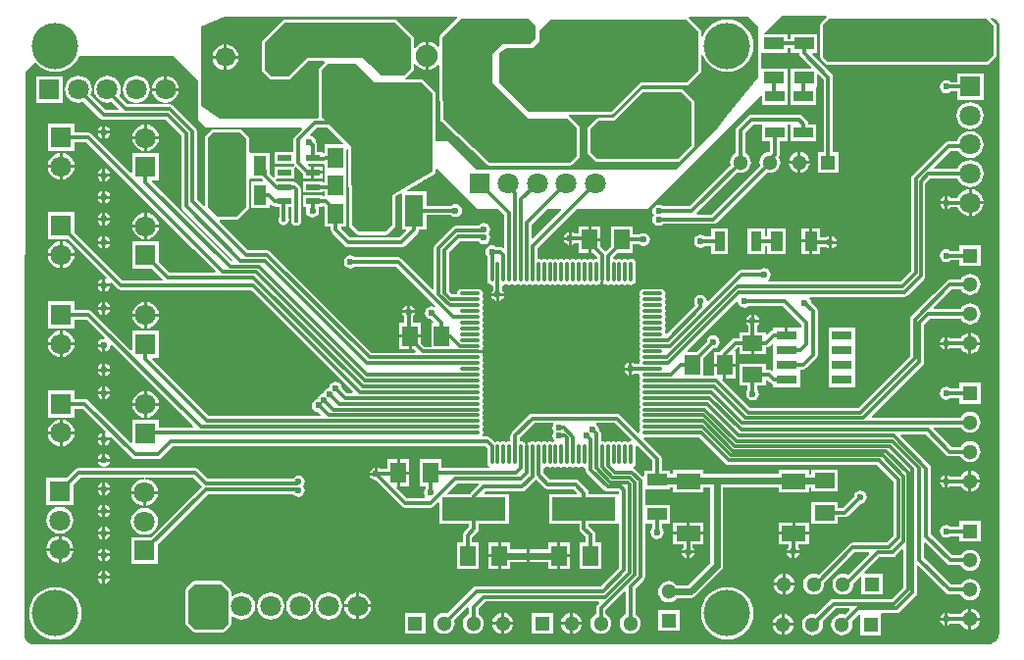
<source format=gtl>
G04*
G04 #@! TF.GenerationSoftware,Altium Limited,Altium Designer,20.0.13 (296)*
G04*
G04 Layer_Physical_Order=1*
G04 Layer_Color=255*
%FSLAX44Y44*%
%MOMM*%
G71*
G01*
G75*
%ADD19R,1.3500X1.8000*%
%ADD20O,1.7500X0.3000*%
%ADD21O,0.3000X1.7500*%
%ADD22R,2.3100X2.5200*%
%ADD23R,1.6000X2.8000*%
%ADD24R,1.2000X0.5000*%
%ADD25R,1.1000X1.7500*%
%ADD26R,5.5000X2.0000*%
%ADD27R,1.7500X1.1000*%
%ADD28R,2.1000X1.4000*%
%ADD29R,1.8000X1.3500*%
%ADD30R,0.9652X1.7018*%
%ADD31R,1.7018X0.9652*%
%ADD32R,2.5200X2.3100*%
G04:AMPARAMS|DCode=33|XSize=0.98mm|YSize=2.4mm|CornerRadius=0.245mm|HoleSize=0mm|Usage=FLASHONLY|Rotation=0.000|XOffset=0mm|YOffset=0mm|HoleType=Round|Shape=RoundedRectangle|*
%AMROUNDEDRECTD33*
21,1,0.9800,1.9100,0,0,0.0*
21,1,0.4900,2.4000,0,0,0.0*
1,1,0.4900,0.2450,-0.9550*
1,1,0.4900,-0.2450,-0.9550*
1,1,0.4900,-0.2450,0.9550*
1,1,0.4900,0.2450,0.9550*
%
%ADD33ROUNDEDRECTD33*%
%ADD34R,1.8200X1.1600*%
%ADD35R,1.8000X0.8000*%
%ADD64R,5.5700X5.9600*%
%ADD65C,0.3000*%
%ADD66C,0.6000*%
%ADD67C,1.8000*%
%ADD68R,1.8000X1.8000*%
%ADD69R,1.3000X1.3000*%
%ADD70C,1.3000*%
%ADD71R,1.3000X1.3000*%
%ADD72R,1.8000X1.8000*%
%ADD73R,1.9050X1.9050*%
%ADD74C,1.9050*%
%ADD75C,1.7000*%
%ADD76C,4.0000*%
%ADD77C,0.6000*%
%ADD78C,0.4000*%
G36*
X632000Y534000D02*
Y490000D01*
X605000Y457000D01*
X597000Y447000D01*
X561000Y411000D01*
X388000D01*
X364000Y435000D01*
X353590D01*
X353590Y476000D01*
X353393Y476991D01*
X352831Y477831D01*
X342831Y487831D01*
X341991Y488393D01*
X341000Y488590D01*
X327754D01*
X327369Y489860D01*
X327831Y490169D01*
X333831Y496169D01*
X334393Y497009D01*
X334590Y498000D01*
Y501965D01*
X335860Y502396D01*
X337395Y500395D01*
X339915Y498461D01*
X342850Y497245D01*
X344730Y496998D01*
Y509000D01*
Y521002D01*
X342850Y520755D01*
X339915Y519539D01*
X337395Y517605D01*
X335860Y515604D01*
X334590Y516035D01*
Y524000D01*
X334393Y524991D01*
X333831Y525831D01*
X319831Y539831D01*
X318991Y540393D01*
X318000Y540590D01*
X223000D01*
X222009Y540393D01*
X221169Y539831D01*
X204169Y522831D01*
X203607Y521991D01*
X203410Y521000D01*
Y497000D01*
X203607Y496009D01*
X204169Y495169D01*
X210169Y489169D01*
X211009Y488607D01*
X212000Y488410D01*
X226000D01*
X226991Y488607D01*
X227831Y489169D01*
X230831Y492169D01*
X243073Y504410D01*
X256952Y504410D01*
X257478Y503140D01*
X253169Y498831D01*
X252607Y497991D01*
X252410Y497000D01*
X252410Y456389D01*
X251505Y455119D01*
X249000D01*
X248401Y455000D01*
X167000D01*
X151000Y465947D01*
Y534000D01*
X170800Y543000D01*
X371541D01*
X372067Y541730D01*
X357169Y526831D01*
X356607Y525991D01*
X356410Y525000D01*
Y517228D01*
X355208Y516819D01*
X354605Y517605D01*
X352085Y519539D01*
X349150Y520755D01*
X347270Y521002D01*
Y509000D01*
Y496998D01*
X349150Y497245D01*
X352085Y498461D01*
X354605Y500395D01*
X355208Y501181D01*
X356410Y500773D01*
Y496000D01*
X356410Y487000D01*
X356418Y486961D01*
X356411Y486922D01*
X357411Y453922D01*
X357414Y453910D01*
X357412Y453899D01*
X357528Y453417D01*
X357639Y452937D01*
X357645Y452928D01*
X357648Y452916D01*
X357939Y452515D01*
X358225Y452114D01*
X358235Y452108D01*
X358241Y452099D01*
X398241Y415099D01*
X398630Y414861D01*
X399009Y414607D01*
X399059Y414597D01*
X399103Y414571D01*
X399553Y414499D01*
X400000Y414410D01*
X469000D01*
X469991Y414607D01*
X470831Y415169D01*
X476831Y421169D01*
X477393Y422009D01*
X477590Y423000D01*
Y447000D01*
X477393Y447991D01*
X476831Y448831D01*
X468831Y456831D01*
X468369Y457140D01*
X468754Y458410D01*
X505000Y458410D01*
X505991Y458607D01*
X506831Y459169D01*
X531073Y483410D01*
X570000Y483410D01*
X570991Y483607D01*
X571831Y484169D01*
X581831Y494169D01*
X582393Y495009D01*
X582590Y496000D01*
X582590Y509842D01*
X583860Y510030D01*
X584135Y509123D01*
X586228Y505207D01*
X589045Y501775D01*
X592477Y498958D01*
X596393Y496865D01*
X600641Y495576D01*
X605060Y495141D01*
X609479Y495576D01*
X613727Y496865D01*
X617643Y498958D01*
X621075Y501775D01*
X623892Y505207D01*
X625985Y509123D01*
X627274Y513371D01*
X627709Y517790D01*
X627274Y522209D01*
X625985Y526457D01*
X623892Y530373D01*
X621075Y533805D01*
X617643Y536622D01*
X613727Y538715D01*
X609479Y540004D01*
X605060Y540439D01*
X600641Y540004D01*
X596393Y538715D01*
X592477Y536622D01*
X589045Y533805D01*
X586228Y530373D01*
X584135Y526457D01*
X583860Y525550D01*
X582590Y525738D01*
Y530000D01*
X582393Y530991D01*
X581831Y531831D01*
X571932Y541730D01*
X571981Y542156D01*
X572368Y543000D01*
X623000D01*
X632000Y534000D01*
D02*
G37*
G36*
X835000Y535000D02*
Y510000D01*
X829000Y504000D01*
X692000Y504000D01*
X688000Y508000D01*
Y536000D01*
X693000Y541000D01*
X829000D01*
X835000Y535000D01*
D02*
G37*
G36*
X332000Y524000D02*
Y498000D01*
X326000Y492000D01*
X306000D01*
X297000Y501000D01*
X296389Y501611D01*
X296000Y502000D01*
X291000Y507000D01*
X285000D01*
X242000Y507000D01*
X229000Y494000D01*
X226000Y491000D01*
X212000D01*
X206000Y497000D01*
Y521000D01*
X223000Y538000D01*
X318000D01*
X332000Y524000D01*
D02*
G37*
G36*
X570000Y540000D02*
X580000Y530000D01*
X580000Y496000D01*
X570000Y486000D01*
X530000Y486000D01*
X505000Y461000D01*
X433000Y461000D01*
X408000Y486000D01*
Y510000D01*
X409000Y512000D01*
X415000Y516000D01*
X437000D01*
X443000Y522000D01*
Y531000D01*
X452000Y540000D01*
X570000Y540000D01*
D02*
G37*
G36*
X273444Y433893D02*
X272958Y432720D01*
X257750D01*
Y425512D01*
X256781Y425045D01*
X255610Y425688D01*
Y425920D01*
X251189D01*
Y431930D01*
X250876Y433506D01*
X249983Y434843D01*
X249976Y434850D01*
X249590Y436790D01*
X248365Y438623D01*
X246533Y439847D01*
X245645Y440024D01*
X245227Y441402D01*
X250706Y446881D01*
X260457D01*
X273444Y433893D01*
D02*
G37*
G36*
X440000Y534990D02*
X440000Y524000D01*
X435000Y519000D01*
X411000D01*
X402000Y510000D01*
Y486000D01*
X433000Y455000D01*
X467000D01*
X475000Y447000D01*
Y423000D01*
X469000Y417000D01*
X400000D01*
X360000Y454000D01*
X359000Y487000D01*
X359000Y496000D01*
Y525000D01*
X375000Y541000D01*
X433990Y541000D01*
X440000Y534990D01*
D02*
G37*
G36*
X691020Y543156D02*
X691068Y542730D01*
X686169Y537831D01*
X685607Y536991D01*
X685410Y536000D01*
Y508000D01*
X685607Y507009D01*
X686169Y506169D01*
X690169Y502169D01*
X691009Y501607D01*
X692000Y501410D01*
X829000Y501410D01*
X829000Y501410D01*
D01*
X829991Y501607D01*
X830831Y502169D01*
X836831Y508169D01*
X837393Y509009D01*
X837590Y510000D01*
Y535000D01*
X837393Y535991D01*
X836831Y536831D01*
X832424Y541238D01*
X832432Y541263D01*
X833138Y542320D01*
X835383Y541390D01*
X837700Y539842D01*
X838685Y538857D01*
X839431Y537896D01*
X839489Y537809D01*
X839827Y536992D01*
X839852Y536870D01*
X840000Y535683D01*
Y535683D01*
X840000D01*
X840000Y535683D01*
X840000Y11267D01*
X840000Y10353D01*
X839644Y8562D01*
X838945Y6875D01*
X838117Y5635D01*
X837284Y4710D01*
X837284D01*
X837284Y4710D01*
X836402Y3828D01*
X834327Y2442D01*
X833498Y2098D01*
X832460Y1060D01*
X831959Y994D01*
X831897Y1006D01*
X41818D01*
X41797Y1024D01*
Y1343D01*
X40932Y985D01*
X7483D01*
X7422Y973D01*
X5125Y1275D01*
X2928Y2185D01*
X1041Y3633D01*
X-407Y5520D01*
X-1318Y7718D01*
X-1620Y10014D01*
X-1608Y10076D01*
Y176617D01*
X-536Y495052D01*
X6980Y502797D01*
X8249Y502744D01*
X9045Y501775D01*
X12477Y498958D01*
X16393Y496865D01*
X20641Y495576D01*
X25060Y495141D01*
X29479Y495576D01*
X33727Y496865D01*
X33997Y497009D01*
X37643Y498958D01*
X41075Y501775D01*
X43892Y505207D01*
X45919Y509000D01*
X127000D01*
X148000Y488000D01*
Y454000D01*
X155000Y447000D01*
X237515D01*
X238001Y445827D01*
X232087Y439913D01*
X231194Y438576D01*
X230881Y437000D01*
Y425920D01*
X214530D01*
Y415840D01*
X231102D01*
X231194Y415374D01*
X231667Y414666D01*
X230972Y413420D01*
X230652Y413420D01*
X230652Y413420D01*
X230631Y413420D01*
X214530D01*
Y404794D01*
X213260Y404267D01*
X209869Y407658D01*
Y410000D01*
X209790Y410398D01*
Y425290D01*
X193866D01*
X193710Y425290D01*
X192596Y425668D01*
Y437551D01*
X192399Y438543D01*
X191838Y439383D01*
X186409Y444812D01*
X185569Y445373D01*
X184578Y445570D01*
X161422D01*
X160431Y445373D01*
X159591Y444812D01*
X155188Y440409D01*
X154627Y439569D01*
X154430Y438578D01*
Y380192D01*
X153160Y379666D01*
X147119Y385706D01*
Y444071D01*
X146806Y445647D01*
X146018Y446826D01*
X145913Y446984D01*
X126984Y465913D01*
X125647Y466806D01*
X124071Y467119D01*
X120302D01*
X120218Y468389D01*
X120789Y468464D01*
X120986Y468490D01*
X123013Y468757D01*
X125820Y469920D01*
X128230Y471770D01*
X130080Y474180D01*
X131243Y476987D01*
X131472Y478730D01*
X108528D01*
X108757Y476987D01*
X109920Y474180D01*
X111770Y471770D01*
X114180Y469920D01*
X116987Y468757D01*
X119014Y468490D01*
D01*
D01*
X119782Y468389D01*
X119698Y467119D01*
X95302D01*
X95218Y468389D01*
X95986Y468490D01*
X98013Y468757D01*
X100820Y469920D01*
X103230Y471770D01*
X105080Y474180D01*
X106243Y476987D01*
X106639Y480000D01*
X106243Y483013D01*
X105080Y485820D01*
X103230Y488230D01*
X100820Y490080D01*
X98013Y491243D01*
X95000Y491640D01*
X91987Y491243D01*
X89180Y490080D01*
X86770Y488230D01*
X84920Y485820D01*
X83757Y483013D01*
X83360Y480000D01*
X83757Y476987D01*
X84920Y474180D01*
X86770Y471770D01*
X89180Y469920D01*
X91987Y468757D01*
X94014Y468490D01*
D01*
D01*
X94782Y468389D01*
X94698Y467119D01*
X87706D01*
X80246Y474580D01*
X81243Y476987D01*
X81639Y480000D01*
X81243Y483013D01*
X80080Y485820D01*
X78230Y488230D01*
X75820Y490080D01*
X73012Y491243D01*
X70000Y491640D01*
X66987Y491243D01*
X64180Y490080D01*
X61770Y488230D01*
X59920Y485820D01*
X58757Y483013D01*
X58360Y480000D01*
X58757Y476987D01*
X59920Y474180D01*
X61770Y471770D01*
X64180Y469920D01*
X66987Y468757D01*
X70000Y468360D01*
X73012Y468757D01*
X74006Y469169D01*
X79882Y463293D01*
X79396Y462119D01*
X68706D01*
X55539Y475287D01*
X56243Y476987D01*
X56639Y480000D01*
X56243Y483013D01*
X55080Y485820D01*
X53230Y488230D01*
X50820Y490080D01*
X48012Y491243D01*
X45000Y491640D01*
X41987Y491243D01*
X39180Y490080D01*
X36770Y488230D01*
X34920Y485820D01*
X33757Y483013D01*
X33360Y480000D01*
X33757Y476987D01*
X34920Y474180D01*
X36770Y471770D01*
X39180Y469920D01*
X41987Y468757D01*
X45000Y468360D01*
X48012Y468757D01*
X49713Y469462D01*
X64087Y455087D01*
X65424Y454194D01*
X67000Y453881D01*
X120294D01*
X133881Y440294D01*
Y379000D01*
X134194Y377424D01*
X135087Y376087D01*
X147517Y363658D01*
D01*
X178151Y333024D01*
X177705Y331674D01*
X177223Y331603D01*
X108330Y400496D01*
X108816Y401669D01*
X114540D01*
Y424749D01*
X91460D01*
Y408520D01*
X90287Y408034D01*
X56799Y441522D01*
X55463Y442415D01*
X53887Y442728D01*
X41680D01*
Y450149D01*
X18600D01*
Y427069D01*
X41680D01*
Y434490D01*
X52180D01*
X144398Y342272D01*
X163378Y323293D01*
X162892Y322119D01*
X123706D01*
X114540Y331285D01*
Y348540D01*
X91460D01*
Y325460D01*
X108715D01*
X117882Y316292D01*
X117396Y315119D01*
X83246D01*
X41680Y356685D01*
Y373940D01*
X18600D01*
Y350860D01*
X35855D01*
X69211Y317504D01*
X68585Y316333D01*
X68270Y316396D01*
Y312270D01*
X72396D01*
X72333Y312585D01*
X73504Y313211D01*
X78627Y308087D01*
X79964Y307194D01*
X81540Y306881D01*
X194152D01*
X282050Y218983D01*
X281564Y217809D01*
X277016D01*
X272605Y222221D01*
X272219Y224162D01*
X270994Y225994D01*
X269162Y227219D01*
X267000Y227649D01*
X264838Y227219D01*
X263006Y225994D01*
X261782Y224162D01*
X261467Y222583D01*
X259889Y222269D01*
X258056Y221044D01*
X256832Y219212D01*
X256518Y217633D01*
X254939Y217319D01*
X253106Y216095D01*
X251882Y214262D01*
X251568Y212683D01*
X249989Y212369D01*
X248157Y211145D01*
X246932Y209312D01*
X246502Y207151D01*
X246932Y204989D01*
X248157Y203157D01*
X249989Y201932D01*
X251930Y201546D01*
X254494Y198983D01*
X254008Y197809D01*
X158016D01*
X108539Y247287D01*
X109025Y248460D01*
X114540D01*
Y271540D01*
X91460D01*
Y255311D01*
X90287Y254825D01*
X56799Y288313D01*
X55463Y289206D01*
X53887Y289519D01*
X41680D01*
Y296940D01*
X18600D01*
Y273860D01*
X41680D01*
Y281281D01*
X52180D01*
X67646Y265815D01*
X67021Y264644D01*
X67000Y264648D01*
X64838Y264219D01*
X63006Y262994D01*
X61781Y261162D01*
X61604Y260270D01*
X67000D01*
Y259000D01*
X68270D01*
Y253604D01*
X69162Y253781D01*
X70994Y255006D01*
X72219Y256838D01*
X72649Y259000D01*
X72644Y259021D01*
X73815Y259646D01*
X144479Y188983D01*
X143993Y187809D01*
X114540D01*
Y194600D01*
X91460D01*
Y175025D01*
X90287Y174539D01*
X53453Y211373D01*
X52116Y212266D01*
X50540Y212579D01*
X41680D01*
Y220000D01*
X18600D01*
Y196920D01*
X41680D01*
Y204341D01*
X48834D01*
X68537Y184638D01*
X68270Y184138D01*
Y179270D01*
X73138D01*
X73638Y179537D01*
X91147Y162027D01*
X92484Y161134D01*
X94060Y160821D01*
X113940D01*
X115516Y161134D01*
X116853Y162027D01*
X126706Y171881D01*
X396424D01*
X397821Y170484D01*
Y157690D01*
X398134Y156114D01*
X399027Y154777D01*
X399608Y154389D01*
X399223Y153119D01*
X358040D01*
Y160540D01*
X339460D01*
Y137460D01*
X344631D01*
Y135557D01*
X343531Y133912D01*
X343101Y131750D01*
X343531Y129588D01*
X344333Y128389D01*
X343654Y127119D01*
X328706D01*
X319539Y136287D01*
X319980Y137352D01*
Y149000D01*
Y160540D01*
X311960D01*
Y152119D01*
X305807D01*
X304162Y153219D01*
X303270Y153396D01*
Y148000D01*
X302000D01*
Y146730D01*
X296604D01*
X296781Y145838D01*
X298006Y144006D01*
X299838Y142781D01*
X301779Y142395D01*
X324087Y120087D01*
X325424Y119194D01*
X327000Y118881D01*
X349000D01*
X350576Y119194D01*
X351913Y120087D01*
X355287Y123461D01*
X356460Y122975D01*
Y105420D01*
X382381D01*
Y102156D01*
X377967Y97743D01*
X377074Y96406D01*
X376761Y94830D01*
Y88860D01*
X371590D01*
Y65780D01*
X390170D01*
Y88860D01*
X384999D01*
Y93124D01*
X389413Y97537D01*
X390306Y98874D01*
X390619Y100450D01*
Y105420D01*
X416540D01*
Y130500D01*
X395985D01*
X395499Y131673D01*
X396706Y132881D01*
X428000D01*
X429576Y133194D01*
X430913Y134087D01*
X439913Y143087D01*
X440072Y143103D01*
X447087Y136087D01*
X448424Y135194D01*
X450000Y134881D01*
X472294D01*
X475501Y131673D01*
X475015Y130500D01*
X451460D01*
Y105420D01*
X477381D01*
Y101085D01*
X477694Y99509D01*
X478587Y98172D01*
X483001Y93759D01*
Y88860D01*
X477830D01*
Y65780D01*
X496410D01*
Y88860D01*
X491239D01*
Y95465D01*
X490926Y97041D01*
X490033Y98378D01*
X485619Y102791D01*
Y105420D01*
X511540D01*
X511881Y104291D01*
Y66706D01*
X496294Y51119D01*
X388670D01*
X387094Y50806D01*
X385757Y49913D01*
X363470Y27625D01*
X363030Y27807D01*
X360670Y28118D01*
X358310Y27807D01*
X356111Y26896D01*
X354223Y25447D01*
X352774Y23559D01*
X351863Y21360D01*
X351552Y19000D01*
X351863Y16640D01*
X352774Y14441D01*
X354223Y12553D01*
X356111Y11104D01*
X358310Y10193D01*
X360670Y9882D01*
X363030Y10193D01*
X365229Y11104D01*
X367117Y12553D01*
X368566Y14441D01*
X369477Y16640D01*
X369788Y19000D01*
X369477Y21360D01*
X369295Y21800D01*
X380653Y33158D01*
X380809Y33138D01*
X381881Y32589D01*
Y27079D01*
X381441Y26896D01*
X379553Y25447D01*
X378104Y23559D01*
X377193Y21360D01*
X376882Y19000D01*
X377193Y16640D01*
X378104Y14441D01*
X379553Y12553D01*
X381441Y11104D01*
X383640Y10193D01*
X386000Y9882D01*
X388360Y10193D01*
X390559Y11104D01*
X392447Y12553D01*
X393896Y14441D01*
X394807Y16640D01*
X395118Y19000D01*
X394807Y21360D01*
X393896Y23559D01*
X392447Y25447D01*
X390559Y26896D01*
X390119Y27079D01*
Y31294D01*
X396706Y37881D01*
X494124D01*
X494610Y36707D01*
X493087Y35185D01*
X492194Y33848D01*
X491881Y32272D01*
Y27079D01*
X491441Y26896D01*
X489553Y25447D01*
X488104Y23559D01*
X487193Y21360D01*
X486882Y19000D01*
X487193Y16640D01*
X488104Y14441D01*
X489553Y12553D01*
X491441Y11104D01*
X493640Y10193D01*
X496000Y9882D01*
X498360Y10193D01*
X500559Y11104D01*
X502447Y12553D01*
X503896Y14441D01*
X504807Y16640D01*
X505118Y19000D01*
X504807Y21360D01*
X503896Y23559D01*
X502447Y25447D01*
X500559Y26896D01*
X500119Y27079D01*
Y30566D01*
X516177Y46624D01*
X517351Y46138D01*
Y27079D01*
X516911Y26896D01*
X515023Y25447D01*
X513574Y23559D01*
X512663Y21360D01*
X512352Y19000D01*
X512663Y16640D01*
X513574Y14441D01*
X515023Y12553D01*
X516911Y11104D01*
X519110Y10193D01*
X521470Y9882D01*
X523830Y10193D01*
X526029Y11104D01*
X527917Y12553D01*
X529366Y14441D01*
X530277Y16640D01*
X530588Y19000D01*
X530277Y21360D01*
X529366Y23559D01*
X527917Y25447D01*
X526029Y26896D01*
X525589Y27079D01*
Y48965D01*
X532913Y56288D01*
X533806Y57625D01*
X534119Y59201D01*
Y105330D01*
X540371D01*
Y101317D01*
X539271Y99672D01*
X538842Y97510D01*
X539271Y95348D01*
X540496Y93516D01*
X542328Y92291D01*
X544490Y91861D01*
X546652Y92291D01*
X548484Y93516D01*
X549709Y95348D01*
X550139Y97510D01*
X549709Y99672D01*
X548609Y101317D01*
Y105330D01*
X555780D01*
Y121410D01*
X534119D01*
Y134830D01*
X555780D01*
Y136651D01*
X558340D01*
Y132190D01*
X584420D01*
Y136651D01*
X590351D01*
Y71340D01*
X571100Y52088D01*
X561710D01*
X561097Y52887D01*
X559209Y54336D01*
X557010Y55247D01*
X554650Y55558D01*
X552290Y55247D01*
X550091Y54336D01*
X548203Y52887D01*
X546754Y50999D01*
X545843Y48800D01*
X545532Y46440D01*
X545843Y44080D01*
X546754Y41881D01*
X548203Y39993D01*
X550091Y38544D01*
X552290Y37633D01*
X554650Y37322D01*
X557010Y37633D01*
X559209Y38544D01*
X561097Y39993D01*
X561710Y40792D01*
X573440D01*
X573440Y40791D01*
X575602Y41221D01*
X577434Y42446D01*
X599994Y65006D01*
X599994Y65006D01*
X601219Y66838D01*
X601648Y69000D01*
Y136651D01*
X649340D01*
Y132190D01*
X675420D01*
Y136321D01*
X677590D01*
Y132919D01*
X700670D01*
Y151499D01*
X677590D01*
Y147618D01*
X675420D01*
Y151270D01*
X649340D01*
Y147949D01*
X584420D01*
Y151270D01*
X558340D01*
Y147949D01*
X555780D01*
Y150910D01*
X548609D01*
Y161140D01*
X548296Y162716D01*
X547403Y164053D01*
X533115Y178341D01*
X533288Y178994D01*
X533680Y179571D01*
X580976D01*
X603460Y157087D01*
X604796Y156194D01*
X606373Y155881D01*
X734294D01*
X748881Y141294D01*
Y94706D01*
X742758Y88584D01*
X713465D01*
X711888Y88270D01*
X710552Y87377D01*
X693001Y69827D01*
D01*
X684117Y60943D01*
D01*
X682030Y61807D01*
X679670Y62118D01*
X677310Y61807D01*
X675111Y60896D01*
X673223Y59447D01*
X671774Y57559D01*
X670863Y55360D01*
X670552Y53000D01*
X670863Y50640D01*
X671774Y48441D01*
X673223Y46553D01*
X675111Y45104D01*
X677310Y44193D01*
X679670Y43882D01*
X682030Y44193D01*
X684229Y45104D01*
X686117Y46553D01*
X687566Y48441D01*
X688477Y50640D01*
X688788Y53000D01*
X688676Y53851D01*
X705825Y71000D01*
X715171Y80345D01*
X727191D01*
X727677Y79172D01*
X709447Y60943D01*
D01*
X707360Y61807D01*
X705000Y62118D01*
X702640Y61807D01*
X700441Y60896D01*
X698553Y59447D01*
X697104Y57559D01*
X696193Y55360D01*
X695882Y53000D01*
X696193Y50640D01*
X697104Y48441D01*
X698553Y46553D01*
X700441Y45104D01*
X702640Y44193D01*
X705000Y43882D01*
X707360Y44193D01*
X709559Y45104D01*
X711447Y46553D01*
X712896Y48441D01*
X713807Y50640D01*
X714118Y53000D01*
X714006Y53851D01*
X719787Y59631D01*
X720960Y59145D01*
Y43960D01*
X739040D01*
Y62040D01*
X723855D01*
X723369Y63213D01*
X729037Y68882D01*
X731155Y71000D01*
X736501Y76345D01*
X747536D01*
X749112Y76659D01*
X750448Y77552D01*
X755707Y82811D01*
X756881Y82325D01*
Y49706D01*
X747294Y40119D01*
X696670D01*
X695094Y39806D01*
X693757Y38913D01*
X681470Y26625D01*
X681030Y26807D01*
X678670Y27118D01*
X676310Y26807D01*
X674111Y25896D01*
X672223Y24447D01*
X670774Y22559D01*
X669863Y20360D01*
X669552Y18000D01*
X669863Y15640D01*
X670774Y13441D01*
X672223Y11553D01*
X674111Y10104D01*
X676310Y9193D01*
X678670Y8882D01*
X681030Y9193D01*
X683229Y10104D01*
X685117Y11553D01*
X686566Y13441D01*
X687477Y15640D01*
X687788Y18000D01*
X687477Y20360D01*
X687295Y20800D01*
D01*
X698376Y31881D01*
X710396D01*
X710882Y30707D01*
X706800Y26625D01*
X706360Y26807D01*
X704000Y27118D01*
X701640Y26807D01*
X699441Y25896D01*
X697553Y24447D01*
X696104Y22559D01*
X695193Y20360D01*
X694882Y18000D01*
X695193Y15640D01*
X696104Y13441D01*
X697553Y11553D01*
X699441Y10104D01*
X701640Y9193D01*
X704000Y8882D01*
X706360Y9193D01*
X708559Y10104D01*
X710447Y11553D01*
X711896Y13441D01*
X712807Y15640D01*
X713118Y18000D01*
X712807Y20360D01*
X712625Y20800D01*
X718690Y26865D01*
X719960Y26339D01*
Y8960D01*
X738040D01*
Y26611D01*
X738040Y27040D01*
X738962Y27881D01*
X751000D01*
X752576Y28194D01*
X753913Y29087D01*
X767913Y43087D01*
X768806Y44424D01*
X769119Y46000D01*
Y68396D01*
X770293Y68882D01*
X793907Y45267D01*
X795244Y44374D01*
X796820Y44061D01*
X806531D01*
X806714Y43621D01*
X808163Y41733D01*
X810051Y40284D01*
X812250Y39373D01*
X814610Y39062D01*
X816970Y39373D01*
X819169Y40284D01*
X821057Y41733D01*
X822506Y43621D01*
X823417Y45820D01*
X823728Y48180D01*
X823417Y50540D01*
X822506Y52739D01*
X821057Y54627D01*
X819169Y56076D01*
X816970Y56987D01*
X814610Y57298D01*
X812250Y56987D01*
X810051Y56076D01*
X808163Y54627D01*
X806714Y52739D01*
X806531Y52299D01*
X798526D01*
X775119Y75706D01*
Y88396D01*
X776292Y88882D01*
X794577Y70597D01*
X795914Y69704D01*
X797490Y69391D01*
X806531D01*
X806714Y68951D01*
X808163Y67063D01*
X810051Y65614D01*
X812250Y64703D01*
X814610Y64392D01*
X816970Y64703D01*
X819169Y65614D01*
X821057Y67063D01*
X822506Y68951D01*
X823417Y71150D01*
X823728Y73510D01*
X823417Y75870D01*
X822506Y78069D01*
X821057Y79957D01*
X819169Y81406D01*
X816970Y82317D01*
X814610Y82628D01*
X812250Y82317D01*
X810051Y81406D01*
X808163Y79957D01*
X806714Y78069D01*
X806531Y77629D01*
X799196D01*
X781119Y95706D01*
Y111119D01*
Y152657D01*
X780806Y154233D01*
X779913Y155570D01*
X754775Y180708D01*
X755261Y181881D01*
X776680D01*
X788965Y169597D01*
X794237Y164324D01*
X795574Y163431D01*
X797150Y163118D01*
X806531D01*
X806714Y162678D01*
X808163Y160789D01*
X810051Y159340D01*
X812250Y158429D01*
X814610Y158119D01*
X816970Y158429D01*
X819169Y159340D01*
X821057Y160789D01*
X822506Y162678D01*
X823417Y164877D01*
X823728Y167237D01*
X823417Y169597D01*
X822506Y171796D01*
X821057Y173684D01*
X819169Y175133D01*
X816970Y176044D01*
X814610Y176355D01*
X812250Y176044D01*
X810051Y175133D01*
X808163Y173684D01*
X806714Y171796D01*
X806531Y171356D01*
X798856D01*
X783035Y187178D01*
X782938Y187274D01*
X783424Y188447D01*
X806531D01*
X806714Y188008D01*
X808163Y186119D01*
X810051Y184670D01*
X812250Y183759D01*
X814610Y183449D01*
X816970Y183759D01*
X819169Y184670D01*
X821057Y186119D01*
X822506Y188008D01*
X823417Y190207D01*
X823728Y192567D01*
X823417Y194927D01*
X822506Y197126D01*
X821057Y199014D01*
X819169Y200463D01*
X816970Y201374D01*
X814610Y201685D01*
X812250Y201374D01*
X810051Y200463D01*
X808163Y199014D01*
X806714Y197126D01*
X806531Y196686D01*
X730241D01*
X729755Y197859D01*
X773913Y242016D01*
X774806Y243353D01*
X775119Y244929D01*
Y277223D01*
X780071Y282174D01*
X806531D01*
X806714Y281734D01*
X808163Y279846D01*
X810051Y278397D01*
X812250Y277486D01*
X814610Y277175D01*
X816970Y277486D01*
X819169Y278397D01*
X821057Y279846D01*
X822506Y281734D01*
X823417Y283933D01*
X823728Y286293D01*
X823417Y288653D01*
X822506Y290852D01*
X821057Y292741D01*
X819169Y294190D01*
X816970Y295101D01*
X814610Y295411D01*
X812250Y295101D01*
X810051Y294190D01*
X808163Y292741D01*
X806714Y290852D01*
X806531Y290412D01*
X783424D01*
X782938Y291586D01*
X783035Y291682D01*
D01*
X798856Y307504D01*
X806531D01*
X806714Y307064D01*
X808163Y305176D01*
X810051Y303727D01*
X812250Y302816D01*
X814610Y302505D01*
X816970Y302816D01*
X819169Y303727D01*
X821057Y305176D01*
X822506Y307064D01*
X823417Y309263D01*
X823728Y311623D01*
X823417Y313983D01*
X822506Y316182D01*
X821057Y318071D01*
X819169Y319520D01*
X816970Y320431D01*
X814610Y320741D01*
X812250Y320431D01*
X810051Y319520D01*
X808163Y318071D01*
X806714Y316182D01*
X806531Y315742D01*
X797150D01*
X795574Y315429D01*
X794237Y314536D01*
X783173Y303472D01*
X764087Y284386D01*
X763194Y283050D01*
X762881Y281473D01*
Y249706D01*
X717860Y204686D01*
X625211D01*
X600610Y229287D01*
X601096Y230460D01*
X601480D01*
Y240730D01*
X593460D01*
Y232809D01*
X584540D01*
Y247715D01*
X593221Y256395D01*
X595162Y256782D01*
X596994Y258006D01*
X598219Y259838D01*
X598648Y262000D01*
X598219Y264162D01*
X596994Y265994D01*
X595162Y267219D01*
X593000Y267649D01*
X590838Y267219D01*
X589006Y265994D01*
X587781Y264162D01*
X587395Y262221D01*
X578715Y253540D01*
X571025D01*
X570539Y254713D01*
X613237Y297412D01*
X614396Y296775D01*
X614781Y294838D01*
X616006Y293006D01*
X617838Y291781D01*
X620000Y291352D01*
X622162Y291781D01*
X623807Y292881D01*
X653294D01*
X668881Y277294D01*
Y274792D01*
X667790Y274360D01*
Y274360D01*
X657520D01*
Y267820D01*
X654980D01*
Y274360D01*
X644710D01*
Y271832D01*
X643674Y271626D01*
X642337Y270733D01*
X639753Y268149D01*
X638580Y268635D01*
Y270540D01*
X631159D01*
Y276403D01*
X632259Y278048D01*
X632436Y278940D01*
X621644D01*
X621821Y278048D01*
X622921Y276403D01*
Y270540D01*
X615500D01*
Y265369D01*
X612250D01*
X610674Y265056D01*
X609337Y264163D01*
X599837Y254663D01*
X599087Y253540D01*
X593460D01*
Y243270D01*
X602750D01*
X612040D01*
Y253540D01*
X612025D01*
X611539Y254713D01*
X613956Y257131D01*
X615500D01*
Y251960D01*
X625770D01*
Y261250D01*
X628310D01*
Y251960D01*
X638580D01*
Y257131D01*
X638680D01*
X640256Y257444D01*
X641593Y258337D01*
X643440Y260185D01*
X644710Y259659D01*
Y248580D01*
Y237646D01*
X644263Y237308D01*
X643440Y237038D01*
X642351Y237766D01*
X640775Y238079D01*
X638580D01*
Y243040D01*
X615500D01*
Y224460D01*
X622881D01*
Y220807D01*
X621781Y219162D01*
X621352Y217000D01*
X621781Y214838D01*
X623006Y213006D01*
X624838Y211781D01*
X627000Y211352D01*
X629162Y211781D01*
X630994Y213006D01*
X632219Y214838D01*
X632649Y217000D01*
X632219Y219162D01*
X631119Y220807D01*
Y224460D01*
X638580D01*
Y228534D01*
X639850Y229060D01*
X642102Y226807D01*
X643439Y225914D01*
X644710Y225662D01*
Y223180D01*
X667790D01*
Y238301D01*
X670420D01*
X671996Y238614D01*
X673333Y239507D01*
X681913Y248087D01*
X682806Y249424D01*
X683119Y251000D01*
Y289000D01*
X682806Y290576D01*
X681913Y291913D01*
X677605Y296221D01*
X677219Y298162D01*
X676250Y299611D01*
X676779Y300881D01*
X758071D01*
X759647Y301194D01*
X760984Y302087D01*
X774913Y316016D01*
X775806Y317353D01*
X776119Y318929D01*
Y399280D01*
X780070Y403231D01*
X804025D01*
X804730Y401530D01*
X806580Y399119D01*
X808990Y397270D01*
X811797Y396107D01*
X814810Y395710D01*
X817822Y396107D01*
X820630Y397270D01*
X823040Y399119D01*
X824890Y401530D01*
X826053Y404337D01*
X826450Y407350D01*
X826053Y410363D01*
X824890Y413170D01*
X823040Y415580D01*
X820630Y417430D01*
X817822Y418593D01*
X814810Y418989D01*
X811797Y418593D01*
X808990Y417430D01*
X806580Y415580D01*
X804730Y413170D01*
X804025Y411469D01*
X783954D01*
X783468Y412642D01*
X797706Y426881D01*
X804585D01*
X804730Y426530D01*
X806580Y424119D01*
X808990Y422270D01*
X811797Y421107D01*
X814810Y420710D01*
X817822Y421107D01*
X820630Y422270D01*
X823040Y424119D01*
X824890Y426530D01*
X826053Y429337D01*
X826450Y432350D01*
X826053Y435363D01*
X824890Y438170D01*
X823040Y440580D01*
X820630Y442430D01*
X817822Y443593D01*
X814810Y443989D01*
X811797Y443593D01*
X808990Y442430D01*
X806580Y440580D01*
X804730Y438170D01*
X803567Y435363D01*
X803535Y435119D01*
X796000D01*
X794424Y434806D01*
X793087Y433913D01*
X783173Y423999D01*
X765087Y405913D01*
X764194Y404576D01*
X763881Y403000D01*
Y323706D01*
X754294Y314119D01*
X640456D01*
X640071Y315389D01*
X640994Y316006D01*
X642219Y317838D01*
X642648Y320000D01*
X642219Y322162D01*
X640994Y323994D01*
X639162Y325219D01*
X637000Y325648D01*
X634838Y325219D01*
X633193Y324119D01*
X617000D01*
X615424Y323806D01*
X614087Y322913D01*
X588816Y297641D01*
X587438Y298059D01*
X587219Y299162D01*
X585994Y300994D01*
X584162Y302218D01*
X582000Y302649D01*
X579838Y302218D01*
X578006Y300994D01*
X576781Y299162D01*
X576352Y297000D01*
X576781Y294838D01*
X577675Y293501D01*
X553273Y269098D01*
X551895Y269516D01*
X551746Y270266D01*
X551128Y271190D01*
X551746Y272114D01*
X552059Y273690D01*
X551746Y275266D01*
X551128Y276190D01*
X551746Y277114D01*
X552059Y278690D01*
X551746Y280266D01*
X551128Y281190D01*
X551746Y282114D01*
X552059Y283690D01*
X551746Y285266D01*
X551128Y286190D01*
X551746Y287114D01*
X552059Y288690D01*
X551746Y290266D01*
X551128Y291190D01*
X551746Y292114D01*
X552059Y293690D01*
X551746Y295266D01*
X551128Y296190D01*
X551746Y297114D01*
X552059Y298690D01*
X551746Y300266D01*
X551128Y301190D01*
X551746Y302114D01*
X552059Y303690D01*
X551746Y305266D01*
X550853Y306603D01*
X549516Y307496D01*
X547940Y307809D01*
X533440D01*
X531864Y307496D01*
X530527Y306603D01*
X529634Y305266D01*
X529321Y303690D01*
X529634Y302114D01*
X530252Y301190D01*
X529634Y300266D01*
X529321Y298690D01*
X529634Y297114D01*
X530252Y296190D01*
X529634Y295266D01*
X529321Y293690D01*
X529634Y292114D01*
X530252Y291190D01*
X529634Y290266D01*
X529321Y288690D01*
X529634Y287114D01*
X530252Y286190D01*
X529634Y285266D01*
X529321Y283690D01*
X529634Y282114D01*
X530252Y281190D01*
X529634Y280266D01*
X529321Y278690D01*
X529634Y277114D01*
X530252Y276190D01*
X529634Y275266D01*
X529321Y273690D01*
X529634Y272114D01*
X530252Y271190D01*
X529634Y270266D01*
X529321Y268690D01*
X529634Y267114D01*
X530252Y266190D01*
X529634Y265266D01*
X529321Y263690D01*
X529634Y262114D01*
X530252Y261190D01*
X529634Y260266D01*
X529321Y258690D01*
X529634Y257114D01*
X530252Y256190D01*
X529634Y255266D01*
X529321Y253690D01*
X529634Y252114D01*
X530252Y251190D01*
X529634Y250266D01*
X529321Y248690D01*
X529634Y247114D01*
X530252Y246190D01*
X529634Y245266D01*
X529321Y243690D01*
X528598Y242809D01*
X525497D01*
X523852Y243909D01*
X522960Y244086D01*
Y238690D01*
Y233294D01*
X523852Y233471D01*
X525497Y234571D01*
X528598D01*
X529321Y233690D01*
X529634Y232114D01*
X530252Y231190D01*
X529634Y230266D01*
X529321Y228690D01*
X529634Y227114D01*
X530252Y226190D01*
X529634Y225266D01*
X529321Y223690D01*
X529634Y222114D01*
X530252Y221190D01*
X529634Y220266D01*
X529321Y218690D01*
X529634Y217114D01*
X530252Y216190D01*
X529634Y215266D01*
X529321Y213690D01*
X529634Y212114D01*
X530252Y211190D01*
X529634Y210266D01*
X529321Y208690D01*
X529634Y207114D01*
X530252Y206190D01*
X529634Y205266D01*
X529321Y203690D01*
X529634Y202114D01*
X530252Y201190D01*
X529634Y200266D01*
X529321Y198690D01*
X529634Y197114D01*
X530252Y196190D01*
X529634Y195266D01*
X529321Y193690D01*
X529634Y192114D01*
X530252Y191190D01*
X529634Y190266D01*
X529321Y188690D01*
X529634Y187114D01*
X530252Y186190D01*
X529634Y185266D01*
X529361Y183891D01*
X528730Y183534D01*
X528091Y183365D01*
X512543Y198913D01*
X511206Y199806D01*
X509630Y200119D01*
X437000D01*
X435424Y199806D01*
X434087Y198913D01*
X419027Y183853D01*
X418134Y182516D01*
X417821Y180940D01*
Y177032D01*
X416940Y176309D01*
X415364Y175996D01*
X414440Y175378D01*
X413516Y175996D01*
X411940Y176309D01*
X410364Y175996D01*
X409440Y175378D01*
X408516Y175996D01*
X406940Y176309D01*
X405364Y175996D01*
X404522Y175433D01*
X401043Y178913D01*
X399706Y179806D01*
X398130Y180119D01*
X394440D01*
X393761Y181389D01*
X394246Y182114D01*
X394559Y183690D01*
X394246Y185266D01*
X393628Y186190D01*
X394246Y187114D01*
X394559Y188690D01*
X394246Y190266D01*
X393628Y191190D01*
X394246Y192114D01*
X394559Y193690D01*
X394246Y195266D01*
X393628Y196190D01*
X394246Y197114D01*
X394559Y198690D01*
X394246Y200266D01*
X393628Y201190D01*
X394246Y202114D01*
X394559Y203690D01*
X394246Y205266D01*
X393628Y206190D01*
X394246Y207114D01*
X394559Y208690D01*
X394246Y210266D01*
X393628Y211190D01*
X394246Y212114D01*
X394559Y213690D01*
X394246Y215266D01*
X393628Y216190D01*
X394246Y217114D01*
X394559Y218690D01*
X394246Y220266D01*
X393628Y221190D01*
X394246Y222114D01*
X394559Y223690D01*
X394246Y225266D01*
X393628Y226190D01*
X394246Y227114D01*
X394559Y228690D01*
X394246Y230266D01*
X393628Y231190D01*
X394246Y232114D01*
X394559Y233690D01*
X394246Y235266D01*
X393628Y236190D01*
X394246Y237114D01*
X394559Y238690D01*
X394246Y240266D01*
X393628Y241190D01*
X394246Y242114D01*
X394559Y243690D01*
X394246Y245266D01*
X393628Y246190D01*
X394246Y247114D01*
X394559Y248690D01*
X394246Y250266D01*
X393628Y251190D01*
X394246Y252114D01*
X394306Y252420D01*
X392130D01*
X392016Y252496D01*
X390440Y252810D01*
X383190D01*
Y254570D01*
X390440D01*
X392016Y254884D01*
X392130Y254960D01*
X394306D01*
X394246Y255266D01*
X393628Y256190D01*
X394246Y257114D01*
X394559Y258690D01*
X394246Y260266D01*
X393628Y261190D01*
X394246Y262114D01*
X394559Y263690D01*
X394246Y265266D01*
X393628Y266190D01*
X394246Y267114D01*
X394559Y268690D01*
X394246Y270266D01*
X393628Y271190D01*
X394246Y272114D01*
X394559Y273690D01*
X394246Y275266D01*
X393628Y276190D01*
X394246Y277114D01*
X394559Y278690D01*
X394246Y280266D01*
X393628Y281190D01*
X394246Y282114D01*
X394559Y283690D01*
X394246Y285266D01*
X393628Y286190D01*
X394246Y287114D01*
X394559Y288690D01*
X394246Y290266D01*
X393628Y291190D01*
X394246Y292114D01*
X394559Y293690D01*
X394246Y295266D01*
X393628Y296190D01*
X394246Y297114D01*
X394559Y298690D01*
X394246Y300266D01*
X393628Y301190D01*
X394246Y302114D01*
X394559Y303690D01*
X394246Y305266D01*
X393353Y306603D01*
X392016Y307496D01*
X390440Y307809D01*
X375940D01*
X374364Y307496D01*
X373027Y306603D01*
X372134Y305266D01*
X371821Y303690D01*
X371098Y302809D01*
X368016D01*
X365119Y305706D01*
Y339294D01*
X374706Y348881D01*
X390421D01*
X391006Y348006D01*
X392838Y346782D01*
X395000Y346352D01*
X397162Y346782D01*
X398994Y348006D01*
X400219Y349838D01*
X400649Y352000D01*
X400219Y354162D01*
X399324Y355500D01*
X400219Y356838D01*
X400649Y359000D01*
X400219Y361162D01*
X398994Y362994D01*
X397162Y364219D01*
X395000Y364649D01*
X392838Y364219D01*
X391006Y362994D01*
X390421Y362119D01*
X370929D01*
X369353Y361806D01*
X368016Y360913D01*
X353087Y345984D01*
X352194Y344647D01*
X351881Y343071D01*
Y307604D01*
X350708Y307118D01*
X323913Y333913D01*
X322576Y334806D01*
X321000Y335119D01*
X283807D01*
X282162Y336219D01*
X280000Y336648D01*
X277838Y336219D01*
X276006Y334994D01*
X274781Y333162D01*
X274352Y331000D01*
X274781Y328838D01*
X276006Y327006D01*
X277838Y325781D01*
X280000Y325351D01*
X282162Y325781D01*
X283807Y326881D01*
X319294D01*
X352966Y293208D01*
X352162Y292218D01*
X350000Y292649D01*
X347838Y292218D01*
X346006Y290994D01*
X344781Y289162D01*
X344352Y287000D01*
X344781Y284838D01*
X346006Y283006D01*
X347838Y281781D01*
X349779Y281395D01*
X351461Y279713D01*
X350975Y278540D01*
X349460D01*
Y257809D01*
X344016D01*
X340540Y261285D01*
Y265730D01*
X332520D01*
Y255460D01*
X334715D01*
X336192Y253983D01*
X335706Y252809D01*
X298016D01*
X210913Y339913D01*
X209576Y340806D01*
X208000Y341119D01*
X191706D01*
X166666Y366160D01*
X167192Y367430D01*
X181578D01*
X182569Y367627D01*
X183409Y368188D01*
X191838Y376617D01*
X192399Y377458D01*
X192596Y378448D01*
Y402332D01*
X193710Y402710D01*
X193866Y402710D01*
X203167D01*
X204414Y401463D01*
X203927Y400290D01*
X193960D01*
Y377710D01*
X210040D01*
Y380475D01*
X211213Y380961D01*
X211707Y380467D01*
X213044Y379574D01*
X214530Y379279D01*
Y378340D01*
X218229D01*
Y369507D01*
X218071Y369271D01*
X217719Y367500D01*
X218071Y365729D01*
X219074Y364227D01*
X220576Y363223D01*
X222348Y362871D01*
X224119Y363223D01*
X225621Y364227D01*
X226624Y365729D01*
X226977Y367500D01*
X226624Y369271D01*
X226467Y369507D01*
Y378340D01*
X228881D01*
Y369007D01*
X228723Y368771D01*
X228371Y367000D01*
X228723Y365229D01*
X229727Y363727D01*
X231229Y362723D01*
X233000Y362371D01*
X234771Y362723D01*
X236273Y363727D01*
X237277Y365229D01*
X237629Y367000D01*
X237277Y368771D01*
X237119Y369007D01*
Y394123D01*
X236806Y395699D01*
X235913Y397035D01*
X234155Y398793D01*
X232819Y399686D01*
X231610Y399926D01*
Y400920D01*
X216607D01*
X215457Y402070D01*
X215984Y403340D01*
X231610D01*
X231610Y412414D01*
Y412428D01*
Y412428D01*
X231610Y412719D01*
X232880Y413245D01*
X238530Y407595D01*
Y403340D01*
X245800D01*
Y408380D01*
Y413420D01*
X244355D01*
X243109Y414667D01*
X243595Y415840D01*
X247672D01*
X248070Y415761D01*
X252711D01*
X253717Y415561D01*
X257063D01*
X257750Y414997D01*
Y409640D01*
X257750D01*
X257750Y408590D01*
X257750D01*
Y399999D01*
X255610D01*
Y400920D01*
X238530D01*
Y390840D01*
X255610D01*
Y391761D01*
X257750D01*
Y387499D01*
X255610D01*
Y388420D01*
X238530D01*
Y378340D01*
X241259D01*
X241639Y377630D01*
X241819Y377070D01*
X241422Y375070D01*
X241851Y372908D01*
X243076Y371076D01*
X244908Y369851D01*
X247070Y369422D01*
X249232Y369851D01*
X251064Y371076D01*
X252288Y372908D01*
X252719Y375070D01*
X252321Y377070D01*
X252501Y377630D01*
X252881Y378340D01*
X255610D01*
Y379261D01*
X257124D01*
X257750Y378635D01*
Y361380D01*
X262921D01*
Y358960D01*
X263234Y357384D01*
X264127Y356047D01*
X275087Y345087D01*
X276424Y344194D01*
X278000Y343881D01*
X324000D01*
X325576Y344194D01*
X326913Y345087D01*
X337913Y356087D01*
X338806Y357424D01*
X339111Y358960D01*
X345540D01*
Y371381D01*
X366693D01*
X368338Y370281D01*
X370500Y369851D01*
X372662Y370281D01*
X374494Y371506D01*
X375719Y373338D01*
X376148Y375500D01*
X375719Y377662D01*
X374494Y379494D01*
X372662Y380719D01*
X370500Y381148D01*
X368338Y380719D01*
X366693Y379619D01*
X345540D01*
Y392040D01*
X329138D01*
X328815Y393268D01*
X340274Y399745D01*
X340288Y399757D01*
X340305Y399763D01*
X344071Y401960D01*
X345540D01*
Y402817D01*
X352305Y406763D01*
X352554Y406984D01*
X352831Y407169D01*
X352929Y407316D01*
X353062Y407433D01*
X353208Y407732D01*
X353393Y408009D01*
X353427Y408182D01*
X353504Y408341D01*
X353525Y408673D01*
X353590Y409000D01*
Y410751D01*
X354763Y411237D01*
X389000Y377000D01*
X407175D01*
X412821Y371354D01*
Y343695D01*
X411551Y343134D01*
X410636Y343746D01*
X409060Y344059D01*
X405747D01*
X404102Y345159D01*
X401940Y345588D01*
X399778Y345159D01*
X397946Y343934D01*
X396721Y342102D01*
X396292Y339940D01*
X396721Y337778D01*
X397821Y336133D01*
Y329690D01*
Y322440D01*
Y315190D01*
X398134Y313614D01*
X399027Y312277D01*
X400364Y311384D01*
X401940Y311071D01*
X402821Y310348D01*
Y306867D01*
X401721Y305222D01*
X401544Y304330D01*
X412336D01*
X412159Y305222D01*
X411059Y306867D01*
Y310348D01*
X411940Y311071D01*
X413516Y311384D01*
X414440Y312002D01*
X415364Y311384D01*
X416940Y311071D01*
X418516Y311384D01*
X419440Y312002D01*
X420364Y311384D01*
X421940Y311071D01*
X423516Y311384D01*
X424440Y312002D01*
X425364Y311384D01*
X426940Y311071D01*
X428516Y311384D01*
X429440Y312002D01*
X430364Y311384D01*
X431940Y311071D01*
X433516Y311384D01*
X434440Y312002D01*
X435364Y311384D01*
X436940Y311071D01*
X438516Y311384D01*
X439440Y312002D01*
X440364Y311384D01*
X441940Y311071D01*
X443516Y311384D01*
X444440Y312002D01*
X445364Y311384D01*
X446940Y311071D01*
X448516Y311384D01*
X449440Y312002D01*
X450364Y311384D01*
X451940Y311071D01*
X453516Y311384D01*
X454440Y312002D01*
X455364Y311384D01*
X456940Y311071D01*
X458516Y311384D01*
X459440Y312002D01*
X460364Y311384D01*
X461940Y311071D01*
X463516Y311384D01*
X464440Y312002D01*
X465364Y311384D01*
X466940Y311071D01*
X468516Y311384D01*
X469440Y312002D01*
X470364Y311384D01*
X471940Y311071D01*
X473516Y311384D01*
X474440Y312002D01*
X475364Y311384D01*
X476940Y311071D01*
X478516Y311384D01*
X479440Y312002D01*
X480364Y311384D01*
X481940Y311071D01*
X483516Y311384D01*
X484440Y312002D01*
X485364Y311384D01*
X486940Y311071D01*
X488516Y311384D01*
X489440Y312002D01*
X490364Y311384D01*
X491940Y311071D01*
X493516Y311384D01*
X494440Y312002D01*
X495364Y311384D01*
X495670Y311324D01*
Y313500D01*
X495746Y313613D01*
X496060Y315190D01*
Y322440D01*
X497820D01*
Y315190D01*
X498134Y313613D01*
X498210Y313500D01*
Y311324D01*
X498516Y311384D01*
X499440Y312002D01*
X500364Y311384D01*
X501940Y311071D01*
X503516Y311384D01*
X504440Y312002D01*
X505364Y311384D01*
X506940Y311071D01*
X508516Y311384D01*
X509440Y312002D01*
X510364Y311384D01*
X511940Y311071D01*
X513516Y311384D01*
X514440Y312002D01*
X515364Y311384D01*
X516940Y311071D01*
X518516Y311384D01*
X519440Y312002D01*
X520364Y311384D01*
X521940Y311071D01*
X523516Y311384D01*
X524853Y312277D01*
X525746Y313614D01*
X526059Y315190D01*
Y329690D01*
X525746Y331266D01*
X524853Y332603D01*
X523516Y333496D01*
X521940Y333809D01*
X520364Y333496D01*
X519440Y332878D01*
X518516Y333496D01*
X516940Y333809D01*
X515364Y333496D01*
X514440Y332878D01*
X513516Y333496D01*
X511940Y333809D01*
X510364Y333496D01*
X509440Y332878D01*
X508516Y333496D01*
X507074Y333783D01*
X506782Y334260D01*
X506515Y335019D01*
X510325Y338830D01*
X523080D01*
Y346251D01*
X528943D01*
X530588Y345151D01*
X532750Y344721D01*
X534911Y345151D01*
X536744Y346376D01*
X537968Y348208D01*
X538398Y350370D01*
X537968Y352532D01*
X536744Y354364D01*
X534911Y355588D01*
X532750Y356018D01*
X530588Y355588D01*
X528943Y354489D01*
X523080D01*
Y361910D01*
X504500D01*
Y344655D01*
X500194Y340349D01*
X499853Y340383D01*
X495580Y344655D01*
Y349100D01*
X487560D01*
Y338830D01*
X489755D01*
X492821Y335764D01*
Y334532D01*
X491940Y333809D01*
X490364Y333496D01*
X489440Y332878D01*
X488516Y333496D01*
X486940Y333809D01*
X485364Y333496D01*
X484440Y332878D01*
X483516Y333496D01*
X481940Y333809D01*
X480364Y333496D01*
X479440Y332878D01*
X478516Y333496D01*
X476940Y333809D01*
X475364Y333496D01*
X474440Y332878D01*
X473516Y333496D01*
X471940Y333809D01*
X470364Y333496D01*
X469440Y332878D01*
X468516Y333496D01*
X466940Y333809D01*
X465364Y333496D01*
X464440Y332878D01*
X463516Y333496D01*
X461940Y333809D01*
X460364Y333496D01*
X459440Y332878D01*
X458516Y333496D01*
X456940Y333809D01*
X455364Y333496D01*
X454440Y332878D01*
X453516Y333496D01*
X451940Y333809D01*
X450364Y333496D01*
X449440Y332878D01*
X448516Y333496D01*
X446940Y333809D01*
X445364Y333496D01*
X444440Y332878D01*
X443516Y333496D01*
X441940Y333809D01*
X441059Y334532D01*
Y343234D01*
X474825Y377000D01*
X536000D01*
X633592Y474592D01*
X634862Y474066D01*
Y466752D01*
X656960D01*
Y481484D01*
X656960D01*
Y482080D01*
X656960D01*
Y498160D01*
X635440D01*
X634380Y498160D01*
X634170Y499343D01*
Y510397D01*
X634380Y511580D01*
X656960D01*
Y515501D01*
X659980D01*
Y511580D01*
X667181D01*
X667464Y510154D01*
X668357Y508817D01*
X677841Y499333D01*
X677355Y498160D01*
X659980D01*
Y482080D01*
X659980D01*
Y481484D01*
X659980D01*
Y466752D01*
X682078D01*
Y481484D01*
X682560Y482080D01*
X682560D01*
Y492955D01*
X683733Y493441D01*
X688211Y488964D01*
Y426040D01*
X683290D01*
Y407960D01*
X701370D01*
Y426040D01*
X696449D01*
Y490670D01*
X696136Y492246D01*
X695243Y493583D01*
X678419Y510407D01*
X678905Y511580D01*
X682560D01*
Y527660D01*
X659980D01*
Y523739D01*
X656960D01*
Y527660D01*
X637319D01*
X636833Y528833D01*
X652000Y544000D01*
X690632D01*
X691020Y543156D01*
D02*
G37*
G36*
X190007Y437551D02*
Y378448D01*
X181578Y370020D01*
X165422D01*
X157020Y378422D01*
Y438578D01*
X161422Y442980D01*
X184578D01*
X190007Y437551D01*
D02*
G37*
G36*
X301000Y486000D02*
X341000D01*
X351000Y476000D01*
X351000Y409000D01*
X339000Y402000D01*
X316000Y389000D01*
Y363000D01*
X310000Y357000D01*
X287000Y357000D01*
X281000Y363000D01*
X280212Y430788D01*
X255000Y456000D01*
X255000Y497000D01*
X260000Y502000D01*
X285000Y502000D01*
X301000Y486000D01*
D02*
G37*
G36*
X277648Y428519D02*
X278410Y362970D01*
X278512Y362490D01*
X278607Y362009D01*
X278616Y361996D01*
X278619Y361981D01*
X278896Y361576D01*
X279169Y361169D01*
X285169Y355169D01*
X286009Y354607D01*
X287000Y354410D01*
X310000Y354410D01*
X310991Y354607D01*
X311831Y355169D01*
X317831Y361169D01*
X318393Y362009D01*
X318590Y363000D01*
Y387489D01*
X323363Y390187D01*
X324460Y389547D01*
Y358960D01*
X327475D01*
X327961Y357787D01*
X322294Y352119D01*
X279706D01*
X271715Y360110D01*
X272241Y361380D01*
X276330D01*
Y384240D01*
X276330Y384460D01*
X276330D01*
X276330Y385510D01*
X276330D01*
Y408590D01*
X276330D01*
X276330Y409640D01*
X276330D01*
Y427868D01*
X277600Y428551D01*
X277648Y428519D01*
D02*
G37*
G36*
X462001Y375827D02*
X437233Y351058D01*
X436059Y351544D01*
Y363234D01*
X449825Y377000D01*
X461515D01*
X462001Y375827D01*
D02*
G37*
G36*
X455182Y190761D02*
X454781Y190162D01*
X454352Y188000D01*
X454781Y185838D01*
X455676Y184500D01*
X454781Y183162D01*
X454352Y181000D01*
X454781Y178838D01*
X455763Y177370D01*
X455417Y176080D01*
X455400Y176053D01*
X454296Y175475D01*
X453516Y175996D01*
X451940Y176309D01*
X450364Y175996D01*
X449440Y175378D01*
X448516Y175996D01*
X446940Y176309D01*
X445364Y175996D01*
X444440Y175378D01*
X443516Y175996D01*
X441940Y176309D01*
X440364Y175996D01*
X439440Y175378D01*
X438516Y175996D01*
X436940Y176309D01*
X435364Y175996D01*
X434440Y175378D01*
X433516Y175996D01*
X433210Y176056D01*
Y173880D01*
X433134Y173766D01*
X432820Y172190D01*
Y164940D01*
X431060D01*
Y172190D01*
X430746Y173766D01*
X430670Y173880D01*
Y176056D01*
X430364Y175996D01*
X429440Y175378D01*
X428516Y175996D01*
X426940Y176309D01*
X426059Y177032D01*
Y179234D01*
X438706Y191881D01*
X454583D01*
X455182Y190761D01*
D02*
G37*
G36*
X522265Y177539D02*
X522096Y176900D01*
X521739Y176269D01*
X520364Y175996D01*
X519440Y175378D01*
X518516Y175996D01*
X516940Y176309D01*
X515364Y175996D01*
X514440Y175378D01*
X513516Y175996D01*
X511940Y176309D01*
X510364Y175996D01*
X509440Y175378D01*
X508516Y175996D01*
X506940Y176309D01*
X505364Y175996D01*
X504440Y175378D01*
X503516Y175996D01*
X501940Y176309D01*
X500364Y175996D01*
X499440Y175378D01*
X498516Y175996D01*
X496940Y176309D01*
X496059Y177032D01*
Y182959D01*
X495746Y184536D01*
X494853Y185872D01*
X494554Y186170D01*
X494168Y188111D01*
X492944Y189944D01*
X491946Y190611D01*
X492331Y191881D01*
X507924D01*
X522265Y177539D01*
D02*
G37*
G36*
X475364Y153884D02*
X476940Y153571D01*
X478516Y153884D01*
X479440Y154502D01*
X480364Y153884D01*
X481940Y153571D01*
X482821Y152848D01*
Y152060D01*
X483134Y150484D01*
X484027Y149147D01*
X499087Y134087D01*
X500424Y133194D01*
X502000Y132881D01*
X511294D01*
X511881Y132294D01*
Y131629D01*
X511540Y130500D01*
X485619D01*
Y131500D01*
X485306Y133076D01*
X484413Y134413D01*
X476913Y141913D01*
X475576Y142806D01*
X474000Y143119D01*
X451706D01*
X446059Y148766D01*
Y152848D01*
X446940Y153571D01*
X448516Y153884D01*
X449440Y154502D01*
X450364Y153884D01*
X451940Y153571D01*
X453516Y153884D01*
X454440Y154502D01*
X455364Y153884D01*
X456940Y153571D01*
X458516Y153884D01*
X459440Y154502D01*
X460364Y153884D01*
X461940Y153571D01*
X463516Y153884D01*
X464440Y154502D01*
X465364Y153884D01*
X466940Y153571D01*
X468516Y153884D01*
X469440Y154502D01*
X470364Y153884D01*
X471940Y153571D01*
X473516Y153884D01*
X474440Y154502D01*
X475364Y153884D01*
D02*
G37*
G36*
X540371Y159434D02*
Y150910D01*
X533200D01*
Y146421D01*
X531930Y145895D01*
X525913Y151913D01*
X524576Y152806D01*
X524277Y152865D01*
X524009Y154213D01*
X524853Y154777D01*
X525746Y156114D01*
X526059Y157690D01*
Y171950D01*
X526636Y172342D01*
X527289Y172515D01*
X540371Y159434D01*
D02*
G37*
G36*
X390882Y138708D02*
X383587Y131413D01*
X382977Y130500D01*
X363985D01*
X363499Y131673D01*
X371706Y139881D01*
X390396D01*
X390882Y138708D01*
D02*
G37*
%LPC*%
G36*
X173180Y518818D02*
Y509120D01*
X182878D01*
X182666Y510732D01*
X181553Y513418D01*
X179784Y515724D01*
X177478Y517493D01*
X174792Y518606D01*
X173180Y518818D01*
D02*
G37*
G36*
X170640D02*
X169028Y518606D01*
X166342Y517493D01*
X164036Y515724D01*
X162267Y513418D01*
X161154Y510732D01*
X160942Y509120D01*
X170640D01*
Y518818D01*
D02*
G37*
G36*
X182878Y506580D02*
X173180D01*
Y496882D01*
X174792Y497094D01*
X177478Y498207D01*
X179784Y499976D01*
X181553Y502282D01*
X182666Y504968D01*
X182878Y506580D01*
D02*
G37*
G36*
X170640D02*
X160942D01*
X161154Y504968D01*
X162267Y502282D01*
X164036Y499976D01*
X166342Y498207D01*
X169028Y497094D01*
X170640Y496882D01*
Y506580D01*
D02*
G37*
G36*
X532110Y480151D02*
X531119Y479954D01*
X530279Y479392D01*
X506133Y455247D01*
X494036Y455247D01*
X493045Y455050D01*
X492205Y454488D01*
X485382Y447666D01*
X485382Y447666D01*
X484821Y446826D01*
X484624Y445835D01*
Y425786D01*
X484821Y424795D01*
X485382Y423955D01*
X491169Y418169D01*
X492009Y417607D01*
X493000Y417410D01*
X562064Y417410D01*
X563055Y417607D01*
X563895Y418169D01*
X576198Y430471D01*
X576759Y431312D01*
X576956Y432303D01*
X576956Y468685D01*
X576759Y469676D01*
X576198Y470516D01*
X567321Y479392D01*
X566481Y479954D01*
X565490Y480151D01*
X532110Y480151D01*
D02*
G37*
%LPD*%
G36*
X565490Y477561D02*
X574367Y468685D01*
X574367Y432303D01*
X562064Y420000D01*
X493000Y420000D01*
X487214Y425786D01*
Y445835D01*
X494036Y452657D01*
X507206Y452657D01*
X532110Y477561D01*
X565490Y477561D01*
D02*
G37*
%LPC*%
G36*
X826350Y493890D02*
X803270D01*
Y486469D01*
X798157D01*
X796512Y487569D01*
X794350Y487999D01*
X792188Y487569D01*
X790356Y486344D01*
X789131Y484512D01*
X788701Y482350D01*
X789131Y480188D01*
X790356Y478356D01*
X792188Y477131D01*
X794350Y476701D01*
X796512Y477131D01*
X798157Y478231D01*
X803270D01*
Y470810D01*
X826350D01*
Y493890D01*
D02*
G37*
G36*
X121270Y491472D02*
Y481270D01*
X131472D01*
X131243Y483013D01*
X130080Y485820D01*
X128230Y488230D01*
X125820Y490080D01*
X123013Y491243D01*
X121270Y491472D01*
D02*
G37*
G36*
X118730D02*
X116987Y491243D01*
X114180Y490080D01*
X111770Y488230D01*
X109920Y485820D01*
X108757Y483013D01*
X108528Y481270D01*
X118730D01*
Y491472D01*
D02*
G37*
G36*
X31540Y491540D02*
X8460D01*
Y468460D01*
X31540D01*
Y491540D01*
D02*
G37*
G36*
X814810Y468989D02*
X811797Y468593D01*
X808990Y467430D01*
X806580Y465580D01*
X804730Y463170D01*
X803567Y460363D01*
X803170Y457350D01*
X803567Y454337D01*
X804730Y451530D01*
X806580Y449119D01*
X808990Y447270D01*
X811797Y446107D01*
X814810Y445710D01*
X817822Y446107D01*
X820630Y447270D01*
X823040Y449119D01*
X824890Y451530D01*
X826053Y454337D01*
X826450Y457350D01*
X826053Y460363D01*
X824890Y463170D01*
X823040Y465580D01*
X820630Y467430D01*
X817822Y468593D01*
X814810Y468989D01*
D02*
G37*
G36*
X68270Y448396D02*
Y444270D01*
X72396D01*
X72219Y445162D01*
X70994Y446994D01*
X69162Y448219D01*
X68270Y448396D01*
D02*
G37*
G36*
X65730D02*
X64838Y448219D01*
X63006Y446994D01*
X61781Y445162D01*
X61604Y444270D01*
X65730D01*
Y448396D01*
D02*
G37*
G36*
X104270Y449681D02*
Y439479D01*
X114472D01*
X114243Y441222D01*
X113080Y444029D01*
X111230Y446440D01*
X108820Y448289D01*
X106012Y449452D01*
X104270Y449681D01*
D02*
G37*
G36*
X101730D02*
X99987Y449452D01*
X97180Y448289D01*
X94770Y446440D01*
X92920Y444029D01*
X91757Y441222D01*
X91528Y439479D01*
X101730D01*
Y449681D01*
D02*
G37*
G36*
X72396Y441730D02*
X68270D01*
Y437604D01*
X69162Y437781D01*
X70994Y439006D01*
X72219Y440838D01*
X72396Y441730D01*
D02*
G37*
G36*
X65730D02*
X61604D01*
X61781Y440838D01*
X63006Y439006D01*
X64838Y437781D01*
X65730Y437604D01*
Y441730D01*
D02*
G37*
G36*
X667000Y458119D02*
X626000D01*
X624424Y457806D01*
X623087Y456913D01*
X613617Y447443D01*
X612724Y446106D01*
X612411Y444530D01*
Y425079D01*
X611971Y424896D01*
X610083Y423447D01*
X608634Y421559D01*
X607723Y419360D01*
X607412Y417000D01*
X607723Y414640D01*
X607905Y414200D01*
X572788Y379084D01*
X549807D01*
X548162Y380183D01*
X546000Y380613D01*
X543838Y380183D01*
X542006Y378959D01*
X540782Y377126D01*
X540351Y374964D01*
X540782Y372803D01*
X541676Y371465D01*
X540782Y370126D01*
X540351Y367965D01*
X540782Y365803D01*
X542006Y363970D01*
X543838Y362746D01*
X546000Y362316D01*
X548162Y362746D01*
X549807Y363845D01*
X592965D01*
X594541Y364159D01*
X595877Y365052D01*
X639200Y408375D01*
X639640Y408193D01*
X642000Y407882D01*
X644360Y408193D01*
X646559Y409104D01*
X648447Y410553D01*
X649896Y412441D01*
X650807Y414640D01*
X651118Y417000D01*
X650807Y419360D01*
X649896Y421559D01*
X649628Y421908D01*
X649717Y422041D01*
X650030Y423617D01*
Y435256D01*
X656960D01*
Y449881D01*
X659980D01*
Y435256D01*
X682078D01*
Y449988D01*
X675145D01*
X674835Y451547D01*
X673942Y452884D01*
X669913Y456913D01*
X668576Y457806D01*
X667000Y458119D01*
D02*
G37*
G36*
X114472Y436939D02*
X104270D01*
Y426737D01*
X106012Y426966D01*
X108820Y428129D01*
X111230Y429979D01*
X113080Y432389D01*
X114243Y435196D01*
X114472Y436939D01*
D02*
G37*
G36*
X101730D02*
X91528D01*
X91757Y435196D01*
X92920Y432389D01*
X94770Y429979D01*
X97180Y428129D01*
X99987Y426966D01*
X101730Y426737D01*
Y436939D01*
D02*
G37*
G36*
X668600Y425951D02*
Y418270D01*
X676281D01*
X676137Y419360D01*
X675226Y421559D01*
X673777Y423447D01*
X671889Y424896D01*
X669690Y425807D01*
X668600Y425951D01*
D02*
G37*
G36*
X666060D02*
X664970Y425807D01*
X662771Y424896D01*
X660883Y423447D01*
X659434Y421559D01*
X658523Y419360D01*
X658379Y418270D01*
X666060D01*
Y425951D01*
D02*
G37*
G36*
X31410Y425081D02*
Y414879D01*
X41612D01*
X41383Y416622D01*
X40220Y419429D01*
X38370Y421839D01*
X35960Y423689D01*
X33152Y424852D01*
X31410Y425081D01*
D02*
G37*
G36*
X28870D02*
X27127Y424852D01*
X24320Y423689D01*
X21910Y421839D01*
X20060Y419429D01*
X18897Y416622D01*
X18668Y414879D01*
X28870D01*
Y425081D01*
D02*
G37*
G36*
X255610Y413420D02*
X248340D01*
Y409650D01*
X255610D01*
Y413420D01*
D02*
G37*
G36*
X676281Y415730D02*
X668600D01*
Y408049D01*
X669690Y408193D01*
X671889Y409104D01*
X673777Y410553D01*
X675226Y412441D01*
X676137Y414640D01*
X676281Y415730D01*
D02*
G37*
G36*
X666060D02*
X658379D01*
X658523Y414640D01*
X659434Y412441D01*
X660883Y410553D01*
X662771Y409104D01*
X664970Y408193D01*
X666060Y408049D01*
Y415730D01*
D02*
G37*
G36*
X68270Y411396D02*
Y407270D01*
X72396D01*
X72219Y408162D01*
X70994Y409994D01*
X69162Y411219D01*
X68270Y411396D01*
D02*
G37*
G36*
X65730D02*
X64838Y411219D01*
X63006Y409994D01*
X61781Y408162D01*
X61604Y407270D01*
X65730D01*
Y411396D01*
D02*
G37*
G36*
X255610Y407110D02*
X248340D01*
Y403340D01*
X255610D01*
Y407110D01*
D02*
G37*
G36*
X41612Y412339D02*
X31410D01*
Y402137D01*
X33152Y402366D01*
X35960Y403529D01*
X38370Y405379D01*
X40220Y407789D01*
X41383Y410597D01*
X41612Y412339D01*
D02*
G37*
G36*
X28870D02*
X18668D01*
X18897Y410597D01*
X20060Y407789D01*
X21910Y405379D01*
X24320Y403529D01*
X27127Y402366D01*
X28870Y402137D01*
Y412339D01*
D02*
G37*
G36*
X72396Y404730D02*
X68270D01*
Y400604D01*
X69162Y400781D01*
X70994Y402006D01*
X72219Y403838D01*
X72396Y404730D01*
D02*
G37*
G36*
X65730D02*
X61604D01*
X61781Y403838D01*
X63006Y402006D01*
X64838Y400781D01*
X65730Y400604D01*
Y404730D01*
D02*
G37*
G36*
X68270Y392396D02*
Y388270D01*
X72396D01*
X72219Y389162D01*
X70994Y390994D01*
X69162Y392219D01*
X68270Y392396D01*
D02*
G37*
G36*
X65730D02*
X64838Y392219D01*
X63006Y390994D01*
X61781Y389162D01*
X61604Y388270D01*
X65730D01*
Y392396D01*
D02*
G37*
G36*
X813540Y393822D02*
X811797Y393593D01*
X808990Y392430D01*
X806580Y390580D01*
X804730Y388170D01*
X804025Y386469D01*
X798157D01*
X796512Y387569D01*
X795620Y387746D01*
Y382350D01*
Y376954D01*
X796512Y377131D01*
X798157Y378231D01*
X804025D01*
X804730Y376530D01*
X806580Y374119D01*
X808990Y372270D01*
X811797Y371107D01*
X813540Y370878D01*
Y382350D01*
Y393822D01*
D02*
G37*
G36*
X816080D02*
Y383620D01*
X826282D01*
X826053Y385363D01*
X824890Y388170D01*
X823040Y390580D01*
X820630Y392430D01*
X817822Y393593D01*
X816080Y393822D01*
D02*
G37*
G36*
X793080Y387746D02*
X792188Y387569D01*
X790356Y386344D01*
X789131Y384512D01*
X788954Y383620D01*
X793080D01*
Y387746D01*
D02*
G37*
G36*
X72396Y385730D02*
X68270D01*
Y381604D01*
X69162Y381781D01*
X70994Y383006D01*
X72219Y384838D01*
X72396Y385730D01*
D02*
G37*
G36*
X65730D02*
X61604D01*
X61781Y384838D01*
X63006Y383006D01*
X64838Y381781D01*
X65730Y381604D01*
Y385730D01*
D02*
G37*
G36*
X793080Y381080D02*
X788954D01*
X789131Y380188D01*
X790356Y378356D01*
X792188Y377131D01*
X793080Y376954D01*
Y381080D01*
D02*
G37*
G36*
X826282D02*
X816080D01*
Y370878D01*
X817822Y371107D01*
X820630Y372270D01*
X823040Y374119D01*
X824890Y376530D01*
X826053Y379337D01*
X826282Y381080D01*
D02*
G37*
G36*
X68270Y373396D02*
Y369270D01*
X72396D01*
X72219Y370162D01*
X70994Y371994D01*
X69162Y373219D01*
X68270Y373396D01*
D02*
G37*
G36*
X65730D02*
X64838Y373219D01*
X63006Y371994D01*
X61781Y370162D01*
X61604Y369270D01*
X65730D01*
Y373396D01*
D02*
G37*
G36*
X104270Y373472D02*
Y363270D01*
X114472D01*
X114243Y365013D01*
X113080Y367820D01*
X111230Y370230D01*
X108820Y372080D01*
X106012Y373243D01*
X104270Y373472D01*
D02*
G37*
G36*
X101730D02*
X99987Y373243D01*
X97180Y372080D01*
X94770Y370230D01*
X92920Y367820D01*
X91757Y365013D01*
X91528Y363270D01*
X101730D01*
Y373472D01*
D02*
G37*
G36*
X72396Y366730D02*
X68270D01*
Y362604D01*
X69162Y362781D01*
X70994Y364006D01*
X72219Y365838D01*
X72396Y366730D01*
D02*
G37*
G36*
X65730D02*
X61604D01*
X61781Y365838D01*
X63006Y364006D01*
X64838Y362781D01*
X65730Y362604D01*
Y366730D01*
D02*
G37*
G36*
X485020Y361910D02*
X477000D01*
Y355439D01*
X473377D01*
X471732Y356539D01*
X470840Y356716D01*
Y351320D01*
Y345924D01*
X471732Y346101D01*
X473377Y347201D01*
X477000D01*
Y338830D01*
X485020D01*
Y350370D01*
Y361910D01*
D02*
G37*
G36*
X605888Y359999D02*
X591156D01*
Y353119D01*
X585807D01*
X584162Y354218D01*
X582000Y354649D01*
X579838Y354218D01*
X578006Y352994D01*
X576781Y351162D01*
X576352Y349000D01*
X576781Y346838D01*
X578006Y345006D01*
X579838Y343781D01*
X582000Y343352D01*
X584162Y343781D01*
X585807Y344881D01*
X591156D01*
Y337901D01*
X605888D01*
Y359999D01*
D02*
G37*
G36*
X655820Y360240D02*
X639740D01*
Y353069D01*
X637384D01*
Y359999D01*
X622652D01*
Y337901D01*
X637384D01*
Y344831D01*
X639740D01*
Y337660D01*
X655820D01*
Y360240D01*
D02*
G37*
G36*
X468300Y356716D02*
X467408Y356539D01*
X465576Y355314D01*
X464351Y353482D01*
X464174Y352590D01*
X468300D01*
Y356716D01*
D02*
G37*
G36*
X495580Y361910D02*
X487560D01*
Y351640D01*
X495580D01*
Y361910D01*
D02*
G37*
G36*
X114472Y360730D02*
X104270D01*
Y350528D01*
X106012Y350757D01*
X108820Y351920D01*
X111230Y353770D01*
X113080Y356180D01*
X114243Y358987D01*
X114472Y360730D01*
D02*
G37*
G36*
X101730D02*
X91528D01*
X91757Y358987D01*
X92920Y356180D01*
X94770Y353770D01*
X97180Y351920D01*
X99987Y350757D01*
X101730Y350528D01*
Y360730D01*
D02*
G37*
G36*
X676010Y360240D02*
X669240D01*
Y350220D01*
X676010D01*
Y360240D01*
D02*
G37*
G36*
X695270Y353396D02*
Y349270D01*
X699396D01*
X699219Y350162D01*
X697994Y351994D01*
X696162Y353218D01*
X695270Y353396D01*
D02*
G37*
G36*
X68270D02*
Y349270D01*
X72396D01*
X72219Y350162D01*
X70994Y351994D01*
X69162Y353218D01*
X68270Y353396D01*
D02*
G37*
G36*
X65730D02*
X64838Y353218D01*
X63006Y351994D01*
X61781Y350162D01*
X61604Y349270D01*
X65730D01*
Y353396D01*
D02*
G37*
G36*
X468300Y350050D02*
X464174D01*
X464351Y349158D01*
X465576Y347326D01*
X467408Y346101D01*
X468300Y345924D01*
Y350050D01*
D02*
G37*
G36*
X699396Y346730D02*
X695270D01*
Y342604D01*
X696162Y342781D01*
X697994Y344006D01*
X699219Y345838D01*
X699396Y346730D01*
D02*
G37*
G36*
X685320Y360240D02*
X678550D01*
Y348950D01*
Y337660D01*
X685320D01*
Y343881D01*
X690193D01*
X691838Y342781D01*
X692730Y342604D01*
Y348000D01*
Y353396D01*
X691838Y353218D01*
X690193Y352119D01*
X685320D01*
Y360240D01*
D02*
G37*
G36*
X72396Y346730D02*
X68270D01*
Y342604D01*
X69162Y342781D01*
X70994Y344006D01*
X72219Y345838D01*
X72396Y346730D01*
D02*
G37*
G36*
X65730D02*
X61604D01*
X61781Y345838D01*
X63006Y344006D01*
X64838Y342781D01*
X65730Y342604D01*
Y346730D01*
D02*
G37*
G36*
X823650Y345663D02*
X805570D01*
Y340742D01*
X797957D01*
X796312Y341842D01*
X794150Y342272D01*
X791988Y341842D01*
X790156Y340617D01*
X788931Y338785D01*
X788501Y336623D01*
X788931Y334462D01*
X790156Y332629D01*
X791988Y331405D01*
X794150Y330975D01*
X796312Y331405D01*
X797957Y332504D01*
X805570D01*
Y327583D01*
X823650D01*
Y345663D01*
D02*
G37*
G36*
X31410Y348872D02*
Y338670D01*
X41612D01*
X41383Y340412D01*
X40220Y343220D01*
X38370Y345630D01*
X35960Y347480D01*
X33152Y348643D01*
X31410Y348872D01*
D02*
G37*
G36*
X28870D02*
X27127Y348643D01*
X24320Y347480D01*
X21910Y345630D01*
X20060Y343220D01*
X18897Y340412D01*
X18668Y338670D01*
X28870D01*
Y348872D01*
D02*
G37*
G36*
X676010Y347680D02*
X669240D01*
Y337660D01*
X676010D01*
Y347680D01*
D02*
G37*
G36*
X41612Y336130D02*
X31410D01*
Y325928D01*
X33152Y326157D01*
X35960Y327320D01*
X38370Y329170D01*
X40220Y331580D01*
X41383Y334387D01*
X41612Y336130D01*
D02*
G37*
G36*
X28870D02*
X18668D01*
X18897Y334387D01*
X20060Y331580D01*
X21910Y329170D01*
X24320Y327320D01*
X27127Y326157D01*
X28870Y325928D01*
Y336130D01*
D02*
G37*
G36*
X65730Y316396D02*
X64838Y316218D01*
X63006Y314994D01*
X61781Y313162D01*
X61604Y312270D01*
X65730D01*
Y316396D01*
D02*
G37*
G36*
X72396Y309730D02*
X68270D01*
Y305604D01*
X69162Y305781D01*
X70994Y307006D01*
X72219Y308838D01*
X72396Y309730D01*
D02*
G37*
G36*
X65730D02*
X61604D01*
X61781Y308838D01*
X63006Y307006D01*
X64838Y305781D01*
X65730Y305604D01*
Y309730D01*
D02*
G37*
G36*
X412336Y301790D02*
X408210D01*
Y297664D01*
X409102Y297841D01*
X410934Y299066D01*
X412159Y300898D01*
X412336Y301790D01*
D02*
G37*
G36*
X405670D02*
X401544D01*
X401721Y300898D01*
X402946Y299066D01*
X404778Y297841D01*
X405670Y297664D01*
Y301790D01*
D02*
G37*
G36*
X68270Y296396D02*
Y292270D01*
X72396D01*
X72219Y293162D01*
X70994Y294994D01*
X69162Y296219D01*
X68270Y296396D01*
D02*
G37*
G36*
X65730D02*
X64838Y296219D01*
X63006Y294994D01*
X61781Y293162D01*
X61604Y292270D01*
X65730D01*
Y296396D01*
D02*
G37*
G36*
X331270Y293396D02*
Y289270D01*
X335396D01*
X335219Y290162D01*
X333994Y291994D01*
X332162Y293219D01*
X331270Y293396D01*
D02*
G37*
G36*
X328730D02*
X327838Y293219D01*
X326006Y291994D01*
X324781Y290162D01*
X324604Y289270D01*
X328730D01*
Y293396D01*
D02*
G37*
G36*
X104270Y296472D02*
Y286270D01*
X114472D01*
X114243Y288013D01*
X113080Y290820D01*
X111230Y293230D01*
X108820Y295080D01*
X106012Y296243D01*
X104270Y296472D01*
D02*
G37*
G36*
X101730D02*
X99987Y296243D01*
X97180Y295080D01*
X94770Y293230D01*
X92920Y290820D01*
X91757Y288013D01*
X91528Y286270D01*
X101730D01*
Y296472D01*
D02*
G37*
G36*
X72396Y289730D02*
X68270D01*
Y285604D01*
X69162Y285781D01*
X70994Y287006D01*
X72219Y288838D01*
X72396Y289730D01*
D02*
G37*
G36*
X65730D02*
X61604D01*
X61781Y288838D01*
X63006Y287006D01*
X64838Y285781D01*
X65730Y285604D01*
Y289730D01*
D02*
G37*
G36*
X628310Y285606D02*
Y281480D01*
X632436D01*
X632259Y282372D01*
X631034Y284204D01*
X629202Y285429D01*
X628310Y285606D01*
D02*
G37*
G36*
X625770D02*
X624878Y285429D01*
X623046Y284204D01*
X621821Y282372D01*
X621644Y281480D01*
X625770D01*
Y285606D01*
D02*
G37*
G36*
X114472Y283730D02*
X104270D01*
Y273528D01*
X106012Y273757D01*
X108820Y274920D01*
X111230Y276770D01*
X113080Y279180D01*
X114243Y281987D01*
X114472Y283730D01*
D02*
G37*
G36*
X101730D02*
X91528D01*
X91757Y281987D01*
X92920Y279180D01*
X94770Y276770D01*
X97180Y274920D01*
X99987Y273757D01*
X101730Y273528D01*
Y283730D01*
D02*
G37*
G36*
X335396Y286730D02*
X324604D01*
X324781Y285838D01*
X325881Y284193D01*
Y278540D01*
X321960D01*
Y268270D01*
X331250D01*
X340540D01*
Y278540D01*
X334119D01*
Y284193D01*
X335219Y285838D01*
X335396Y286730D01*
D02*
G37*
G36*
X813340Y269774D02*
X812250Y269631D01*
X810051Y268720D01*
X808163Y267271D01*
X806714Y265382D01*
X806531Y264942D01*
X797957D01*
X796312Y266042D01*
X795420Y266219D01*
Y260823D01*
Y255427D01*
X796312Y255605D01*
X797957Y256704D01*
X806531D01*
X806714Y256264D01*
X808163Y254376D01*
X810051Y252927D01*
X812250Y252016D01*
X813340Y251873D01*
Y260823D01*
Y269774D01*
D02*
G37*
G36*
X815880Y269774D02*
Y262093D01*
X823561D01*
X823417Y263183D01*
X822506Y265382D01*
X821057Y267271D01*
X819169Y268720D01*
X816970Y269631D01*
X815880Y269774D01*
D02*
G37*
G36*
X792880Y266219D02*
X791988Y266042D01*
X790156Y264817D01*
X788931Y262985D01*
X788754Y262093D01*
X792880D01*
Y266219D01*
D02*
G37*
G36*
X31410Y271872D02*
Y261670D01*
X41612D01*
X41383Y263412D01*
X40220Y266220D01*
X38370Y268630D01*
X35960Y270480D01*
X33152Y271643D01*
X31410Y271872D01*
D02*
G37*
G36*
X28870D02*
X27127Y271643D01*
X24320Y270480D01*
X21910Y268630D01*
X20060Y266220D01*
X18897Y263412D01*
X18668Y261670D01*
X28870D01*
Y271872D01*
D02*
G37*
G36*
X329980Y265730D02*
X321960D01*
Y255460D01*
X329980D01*
Y265730D01*
D02*
G37*
G36*
X792880Y259553D02*
X788754D01*
X788931Y258662D01*
X790156Y256829D01*
X791988Y255605D01*
X792880Y255427D01*
Y259553D01*
D02*
G37*
G36*
X65730Y257730D02*
X61604D01*
X61781Y256838D01*
X63006Y255006D01*
X64838Y253781D01*
X65730Y253604D01*
Y257730D01*
D02*
G37*
G36*
X823561Y259553D02*
X815880D01*
Y251873D01*
X816970Y252016D01*
X819169Y252927D01*
X821057Y254376D01*
X822506Y256264D01*
X823417Y258463D01*
X823561Y259553D01*
D02*
G37*
G36*
X41612Y259130D02*
X31410D01*
Y248928D01*
X33152Y249157D01*
X35960Y250320D01*
X38370Y252170D01*
X40220Y254580D01*
X41383Y257387D01*
X41612Y259130D01*
D02*
G37*
G36*
X28870D02*
X18668D01*
X18897Y257387D01*
X20060Y254580D01*
X21910Y252170D01*
X24320Y250320D01*
X27127Y249157D01*
X28870Y248928D01*
Y259130D01*
D02*
G37*
G36*
X520420Y244086D02*
X519528Y243909D01*
X517696Y242684D01*
X516471Y240852D01*
X516294Y239960D01*
X520420D01*
Y244086D01*
D02*
G37*
G36*
X68270Y243396D02*
Y239270D01*
X72396D01*
X72219Y240162D01*
X70994Y241994D01*
X69162Y243219D01*
X68270Y243396D01*
D02*
G37*
G36*
X65730D02*
X64838Y243219D01*
X63006Y241994D01*
X61781Y240162D01*
X61604Y239270D01*
X65730D01*
Y243396D01*
D02*
G37*
G36*
X520420Y237420D02*
X516294D01*
X516471Y236528D01*
X517696Y234696D01*
X519528Y233471D01*
X520420Y233294D01*
Y237420D01*
D02*
G37*
G36*
X72396Y236730D02*
X68270D01*
Y232604D01*
X69162Y232781D01*
X70994Y234006D01*
X72219Y235838D01*
X72396Y236730D01*
D02*
G37*
G36*
X65730D02*
X61604D01*
X61781Y235838D01*
X63006Y234006D01*
X64838Y232781D01*
X65730Y232604D01*
Y236730D01*
D02*
G37*
G36*
X612040Y240730D02*
X604020D01*
Y230460D01*
X612040D01*
Y240730D01*
D02*
G37*
G36*
X715590Y274360D02*
X692510D01*
Y261280D01*
Y248580D01*
Y235880D01*
Y223180D01*
X715590D01*
Y235880D01*
Y248580D01*
Y261280D01*
Y274360D01*
D02*
G37*
G36*
X823650Y226607D02*
X805570D01*
Y221686D01*
X797957D01*
X796312Y222785D01*
X794150Y223215D01*
X791988Y222785D01*
X790156Y221561D01*
X788931Y219728D01*
X788501Y217567D01*
X788931Y215405D01*
X790156Y213573D01*
X791988Y212348D01*
X794150Y211918D01*
X796312Y212348D01*
X797957Y213447D01*
X805570D01*
Y208527D01*
X823650D01*
Y226607D01*
D02*
G37*
G36*
X68270Y223396D02*
Y219270D01*
X72396D01*
X72219Y220162D01*
X70994Y221994D01*
X69162Y223219D01*
X68270Y223396D01*
D02*
G37*
G36*
X65730D02*
X64838Y223219D01*
X63006Y221994D01*
X61781Y220162D01*
X61604Y219270D01*
X65730D01*
Y223396D01*
D02*
G37*
G36*
X72396Y216730D02*
X68270D01*
Y212604D01*
X69162Y212781D01*
X70994Y214006D01*
X72219Y215838D01*
X72396Y216730D01*
D02*
G37*
G36*
X65730D02*
X61604D01*
X61781Y215838D01*
X63006Y214006D01*
X64838Y212781D01*
X65730Y212604D01*
Y216730D01*
D02*
G37*
G36*
X104270Y219532D02*
Y209330D01*
X114472D01*
X114243Y211073D01*
X113080Y213880D01*
X111230Y216290D01*
X108820Y218140D01*
X106012Y219303D01*
X104270Y219532D01*
D02*
G37*
G36*
X101730Y219532D02*
X99987Y219303D01*
X97180Y218140D01*
X94770Y216290D01*
X92920Y213880D01*
X91757Y211073D01*
X91528Y209330D01*
X101730D01*
Y219532D01*
D02*
G37*
G36*
Y206790D02*
X91528D01*
X91757Y205047D01*
X92920Y202240D01*
X94770Y199830D01*
X97180Y197980D01*
X99987Y196817D01*
X101730Y196588D01*
Y206790D01*
D02*
G37*
G36*
X114472D02*
X104270D01*
Y196588D01*
X106012Y196817D01*
X108820Y197980D01*
X111230Y199830D01*
X113080Y202240D01*
X114243Y205047D01*
X114472Y206790D01*
D02*
G37*
G36*
X31410Y194932D02*
Y184730D01*
X41612D01*
X41383Y186473D01*
X40220Y189280D01*
X38370Y191690D01*
X35960Y193540D01*
X33152Y194703D01*
X31410Y194932D01*
D02*
G37*
G36*
X28870Y194932D02*
X27127Y194703D01*
X24320Y193540D01*
X21910Y191690D01*
X20060Y189280D01*
X18897Y186473D01*
X18668Y184730D01*
X28870D01*
Y194932D01*
D02*
G37*
G36*
X65730Y183396D02*
X64838Y183219D01*
X63006Y181994D01*
X61781Y180162D01*
X61604Y179270D01*
X65730D01*
Y183396D01*
D02*
G37*
G36*
X72396Y176730D02*
X68270D01*
Y172604D01*
X69162Y172781D01*
X70994Y174006D01*
X72219Y175838D01*
X72396Y176730D01*
D02*
G37*
G36*
X65730D02*
X61604D01*
X61781Y175838D01*
X63006Y174006D01*
X64838Y172781D01*
X65730Y172604D01*
Y176730D01*
D02*
G37*
G36*
X41612Y182190D02*
X31410D01*
Y171988D01*
X33152Y172217D01*
X35960Y173380D01*
X38370Y175230D01*
X40220Y177640D01*
X41383Y180448D01*
X41612Y182190D01*
D02*
G37*
G36*
X28870D02*
X18668D01*
X18897Y180448D01*
X20060Y177640D01*
X21910Y175230D01*
X24320Y173380D01*
X27127Y172217D01*
X28870Y171988D01*
Y182190D01*
D02*
G37*
G36*
X68270Y165396D02*
Y161270D01*
X72396D01*
X72219Y162162D01*
X70994Y163994D01*
X69162Y165219D01*
X68270Y165396D01*
D02*
G37*
G36*
X65730D02*
X64838Y165219D01*
X63006Y163994D01*
X61781Y162162D01*
X61604Y161270D01*
X65730D01*
Y165396D01*
D02*
G37*
G36*
X330540Y160540D02*
X322520D01*
Y150270D01*
X330540D01*
Y160540D01*
D02*
G37*
G36*
X300730Y153396D02*
X299838Y153219D01*
X298006Y151994D01*
X296781Y150162D01*
X296604Y149270D01*
X300730D01*
Y153396D01*
D02*
G37*
G36*
X813340Y150717D02*
X812250Y150574D01*
X810051Y149663D01*
X808163Y148214D01*
X806714Y146326D01*
X806531Y145886D01*
X797957D01*
X796312Y146985D01*
X795420Y147163D01*
Y141767D01*
Y136371D01*
X796312Y136548D01*
X797957Y137647D01*
X806531D01*
X806714Y137208D01*
X808163Y135319D01*
X810051Y133870D01*
X812250Y132959D01*
X813340Y132816D01*
Y141767D01*
Y150717D01*
D02*
G37*
G36*
X815880Y150717D02*
Y143037D01*
X823561D01*
X823417Y144127D01*
X822506Y146326D01*
X821057Y148214D01*
X819169Y149663D01*
X816970Y150574D01*
X815880Y150717D01*
D02*
G37*
G36*
X792880Y147163D02*
X791988Y146985D01*
X790156Y145761D01*
X788931Y143928D01*
X788754Y143037D01*
X792880D01*
Y147163D01*
D02*
G37*
G36*
X330540Y147730D02*
X322520D01*
Y137460D01*
X330540D01*
Y147730D01*
D02*
G37*
G36*
X792880Y140497D02*
X788754D01*
X788931Y139605D01*
X790156Y137773D01*
X791988Y136548D01*
X792880Y136371D01*
Y140497D01*
D02*
G37*
G36*
X68270Y140396D02*
Y136270D01*
X72396D01*
X72219Y137162D01*
X70994Y138994D01*
X69162Y140218D01*
X68270Y140396D01*
D02*
G37*
G36*
X65730D02*
X64838Y140218D01*
X63006Y138994D01*
X61781Y137162D01*
X61604Y136270D01*
X65730D01*
Y140396D01*
D02*
G37*
G36*
X823561Y140497D02*
X815880D01*
Y132816D01*
X816970Y132959D01*
X819169Y133870D01*
X821057Y135319D01*
X822506Y137208D01*
X823417Y139407D01*
X823561Y140497D01*
D02*
G37*
G36*
X72396Y133730D02*
X68270D01*
Y129604D01*
X69162Y129781D01*
X70994Y131006D01*
X72219Y132838D01*
X72396Y133730D01*
D02*
G37*
G36*
X65730D02*
X61604D01*
X61781Y132838D01*
X63006Y131006D01*
X64838Y129781D01*
X65730Y129604D01*
Y133730D01*
D02*
G37*
G36*
X72396Y158730D02*
X61604D01*
X61781Y157838D01*
X63006Y156006D01*
X64838Y154782D01*
X66011Y154548D01*
X66811Y154389D01*
D01*
D01*
X66686Y153119D01*
X45000D01*
X43424Y152806D01*
X42087Y151913D01*
X34715Y144540D01*
X17460D01*
Y121460D01*
X40540D01*
Y138715D01*
X46706Y144881D01*
X101699D01*
X101782Y143611D01*
X101013Y143510D01*
X98988Y143243D01*
X96180Y142080D01*
X93770Y140230D01*
X91920Y137820D01*
X90757Y135013D01*
X90528Y133270D01*
X102000D01*
X113472D01*
X113243Y135013D01*
X112080Y137820D01*
X110230Y140230D01*
X107820Y142080D01*
X105013Y143243D01*
X102987Y143510D01*
X102218Y143611D01*
X102301Y144881D01*
X144294D01*
X151675Y137500D01*
X107715Y93540D01*
X90460D01*
Y70460D01*
X113540D01*
Y87715D01*
X156706Y130881D01*
X230421D01*
X231006Y130006D01*
X232838Y128781D01*
X235000Y128351D01*
X237162Y128781D01*
X238994Y130006D01*
X240219Y131838D01*
X240649Y134000D01*
X240219Y136162D01*
X239267Y137585D01*
X240176Y138945D01*
X240606Y141107D01*
X240176Y143268D01*
X238951Y145101D01*
X237119Y146325D01*
X234957Y146755D01*
X232796Y146325D01*
X230963Y145101D01*
X230307Y144119D01*
X156706D01*
X148913Y151913D01*
X147576Y152806D01*
X146730Y152974D01*
D01*
X146000Y153119D01*
X67314D01*
X67189Y154389D01*
X67967Y154544D01*
X67989Y154548D01*
X69162Y154782D01*
X70994Y156006D01*
X72219Y157838D01*
X72396Y158730D01*
D02*
G37*
G36*
X113472Y130730D02*
X103270D01*
Y120528D01*
X105013Y120757D01*
X107820Y121920D01*
X110230Y123770D01*
X112080Y126180D01*
X113243Y128987D01*
X113472Y130730D01*
D02*
G37*
G36*
X100730D02*
X90528D01*
X90757Y128987D01*
X91920Y126180D01*
X93770Y123770D01*
X96180Y121920D01*
X98988Y120757D01*
X100730Y120528D01*
Y130730D01*
D02*
G37*
G36*
X720000Y133649D02*
X717838Y133219D01*
X716006Y131994D01*
X714781Y130162D01*
X714395Y128221D01*
X705003Y118828D01*
X700670D01*
Y123999D01*
X677590D01*
Y105419D01*
X700670D01*
Y110590D01*
X706709D01*
X708286Y110904D01*
X709622Y111797D01*
X720221Y122395D01*
X722162Y122781D01*
X723994Y124006D01*
X725219Y125838D01*
X725648Y128000D01*
X725219Y130162D01*
X723994Y131994D01*
X722162Y133219D01*
X720000Y133649D01*
D02*
G37*
G36*
X68270Y121396D02*
Y117270D01*
X72396D01*
X72219Y118162D01*
X70994Y119994D01*
X69162Y121219D01*
X68270Y121396D01*
D02*
G37*
G36*
X65730D02*
X64838Y121219D01*
X63006Y119994D01*
X61781Y118162D01*
X61604Y117270D01*
X65730D01*
Y121396D01*
D02*
G37*
G36*
X72396Y114730D02*
X68270D01*
Y110604D01*
X69162Y110781D01*
X70994Y112006D01*
X72219Y113838D01*
X72396Y114730D01*
D02*
G37*
G36*
X65730D02*
X61604D01*
X61781Y113838D01*
X63006Y112006D01*
X64838Y110781D01*
X65730Y110604D01*
Y114730D01*
D02*
G37*
G36*
X823650Y107550D02*
X805570D01*
Y102629D01*
X797957D01*
X796312Y103729D01*
X794150Y104158D01*
X791988Y103729D01*
X790156Y102504D01*
X788931Y100672D01*
X788501Y98510D01*
X788931Y96348D01*
X790156Y94516D01*
X791988Y93291D01*
X794150Y92861D01*
X796312Y93291D01*
X797957Y94391D01*
X805570D01*
Y89470D01*
X823650D01*
Y107550D01*
D02*
G37*
G36*
X68270Y102396D02*
Y98270D01*
X72396D01*
X72219Y99162D01*
X70994Y100994D01*
X69162Y102219D01*
X68270Y102396D01*
D02*
G37*
G36*
X65730D02*
X64838Y102219D01*
X63006Y100994D01*
X61781Y99162D01*
X61604Y98270D01*
X65730D01*
Y102396D01*
D02*
G37*
G36*
X675420Y106270D02*
X663650D01*
Y98000D01*
X675420D01*
Y106270D01*
D02*
G37*
G36*
X661110D02*
X649340D01*
Y98000D01*
X661110D01*
Y106270D01*
D02*
G37*
G36*
X584420D02*
X572650D01*
Y98000D01*
X584420D01*
Y106270D01*
D02*
G37*
G36*
X570110D02*
X558340D01*
Y98000D01*
X570110D01*
Y106270D01*
D02*
G37*
G36*
X29000Y119640D02*
X25988Y119243D01*
X23180Y118080D01*
X20770Y116230D01*
X18920Y113820D01*
X17757Y111012D01*
X17360Y108000D01*
X17757Y104987D01*
X18920Y102180D01*
X20770Y99770D01*
X23180Y97920D01*
X25988Y96757D01*
X29000Y96360D01*
X32013Y96757D01*
X34820Y97920D01*
X37230Y99770D01*
X39080Y102180D01*
X40243Y104987D01*
X40640Y108000D01*
X40243Y111012D01*
X39080Y113820D01*
X37230Y116230D01*
X34820Y118080D01*
X32013Y119243D01*
X29000Y119640D01*
D02*
G37*
G36*
X102000Y118639D02*
X98988Y118243D01*
X96180Y117080D01*
X93770Y115230D01*
X91920Y112820D01*
X90757Y110013D01*
X90360Y107000D01*
X90757Y103987D01*
X91920Y101180D01*
X93770Y98770D01*
X96180Y96920D01*
X98988Y95757D01*
X102000Y95360D01*
X105013Y95757D01*
X107820Y96920D01*
X110230Y98770D01*
X112080Y101180D01*
X113243Y103987D01*
X113639Y107000D01*
X113243Y110013D01*
X112080Y112820D01*
X110230Y115230D01*
X107820Y117080D01*
X105013Y118243D01*
X102000Y118639D01*
D02*
G37*
G36*
X72396Y95730D02*
X68270D01*
Y91604D01*
X69162Y91781D01*
X70994Y93006D01*
X72219Y94838D01*
X72396Y95730D01*
D02*
G37*
G36*
X65730D02*
X61604D01*
X61781Y94838D01*
X63006Y93006D01*
X64838Y91781D01*
X65730Y91604D01*
Y95730D01*
D02*
G37*
G36*
X30270Y94472D02*
Y84270D01*
X40472D01*
X40243Y86012D01*
X39080Y88820D01*
X37230Y91230D01*
X34820Y93080D01*
X32013Y94243D01*
X30270Y94472D01*
D02*
G37*
G36*
X27730D02*
X25988Y94243D01*
X23180Y93080D01*
X20770Y91230D01*
X18920Y88820D01*
X17757Y86012D01*
X17528Y84270D01*
X27730D01*
Y94472D01*
D02*
G37*
G36*
X675420Y95460D02*
X649340D01*
Y87190D01*
X657881D01*
Y84807D01*
X656781Y83162D01*
X656604Y82270D01*
X667396D01*
X667219Y83162D01*
X666119Y84807D01*
Y87190D01*
X675420D01*
Y95460D01*
D02*
G37*
G36*
X584420D02*
X558340D01*
Y87190D01*
X567261D01*
Y84427D01*
X566161Y82782D01*
X565984Y81890D01*
X576776D01*
X576599Y82782D01*
X575499Y84427D01*
Y87190D01*
X584420D01*
Y95460D01*
D02*
G37*
G36*
X68270Y83396D02*
Y79270D01*
X72396D01*
X72219Y80162D01*
X70994Y81994D01*
X69162Y83219D01*
X68270Y83396D01*
D02*
G37*
G36*
X65730D02*
X64838Y83219D01*
X63006Y81994D01*
X61781Y80162D01*
X61604Y79270D01*
X65730D01*
Y83396D01*
D02*
G37*
G36*
X468910Y88860D02*
X460890D01*
Y78590D01*
X468910D01*
Y88860D01*
D02*
G37*
G36*
X407110D02*
X399090D01*
Y78590D01*
X407110D01*
Y88860D01*
D02*
G37*
G36*
X667396Y79730D02*
X663270D01*
Y75604D01*
X664162Y75781D01*
X665994Y77006D01*
X667219Y78838D01*
X667396Y79730D01*
D02*
G37*
G36*
X660730D02*
X656604D01*
X656781Y78838D01*
X658006Y77006D01*
X659838Y75781D01*
X660730Y75604D01*
Y79730D01*
D02*
G37*
G36*
X576776Y79350D02*
X572650D01*
Y75224D01*
X573542Y75401D01*
X575374Y76626D01*
X576599Y78458D01*
X576776Y79350D01*
D02*
G37*
G36*
X570110D02*
X565984D01*
X566161Y78458D01*
X567386Y76626D01*
X569218Y75401D01*
X570110Y75224D01*
Y79350D01*
D02*
G37*
G36*
X72396Y76730D02*
X68270D01*
Y72604D01*
X69162Y72781D01*
X70994Y74006D01*
X72219Y75838D01*
X72396Y76730D01*
D02*
G37*
G36*
X65730D02*
X61604D01*
X61781Y75838D01*
X63006Y74006D01*
X64838Y72781D01*
X65730Y72604D01*
Y76730D01*
D02*
G37*
G36*
X40472Y81730D02*
X30270D01*
Y71528D01*
X32013Y71757D01*
X34820Y72920D01*
X37230Y74770D01*
X39080Y77180D01*
X40243Y79987D01*
X40472Y81730D01*
D02*
G37*
G36*
X27730D02*
X17528D01*
X17757Y79987D01*
X18920Y77180D01*
X20770Y74770D01*
X23180Y72920D01*
X25988Y71757D01*
X27730Y71528D01*
Y81730D01*
D02*
G37*
G36*
X468910Y76050D02*
X460890D01*
Y65780D01*
X468910D01*
Y76050D01*
D02*
G37*
G36*
X458350Y88860D02*
X450330D01*
Y82969D01*
X434635D01*
Y77320D01*
Y71672D01*
X450330D01*
Y65780D01*
X458350D01*
Y77320D01*
Y88860D01*
D02*
G37*
G36*
X417670D02*
X409650D01*
Y77320D01*
Y65780D01*
X417670D01*
Y71672D01*
X432095D01*
Y77320D01*
Y82969D01*
X417670D01*
Y88860D01*
D02*
G37*
G36*
X407110Y76050D02*
X399090D01*
Y65780D01*
X407110D01*
Y76050D01*
D02*
G37*
G36*
X68270Y64396D02*
Y60270D01*
X72396D01*
X72219Y61162D01*
X70994Y62994D01*
X69162Y64219D01*
D01*
X68270Y64396D01*
D02*
G37*
G36*
X65730D02*
X64838Y64219D01*
X63006Y62994D01*
X61781Y61162D01*
X61604Y60270D01*
X65730D01*
Y64396D01*
D02*
G37*
G36*
X655470Y61951D02*
Y54270D01*
X663151D01*
X663007Y55360D01*
X662096Y57559D01*
X660647Y59447D01*
X658759Y60896D01*
X656560Y61807D01*
X655470Y61951D01*
D02*
G37*
G36*
X652930D02*
X651840Y61807D01*
X649641Y60896D01*
X647753Y59447D01*
X646304Y57559D01*
X645393Y55360D01*
X645249Y54270D01*
X652930D01*
Y61951D01*
D02*
G37*
G36*
X72396Y57730D02*
X68270D01*
Y53604D01*
X69162Y53781D01*
X70994Y55006D01*
X72219Y56838D01*
X72396Y57730D01*
D02*
G37*
G36*
X65730D02*
X61604D01*
X61781Y56838D01*
X63006Y55006D01*
X64838Y53781D01*
X65730Y53604D01*
Y57730D01*
D02*
G37*
G36*
X663151Y51730D02*
X655470D01*
Y44049D01*
X656560Y44193D01*
X658759Y45104D01*
X660647Y46553D01*
X662096Y48441D01*
X663007Y50640D01*
X663151Y51730D01*
D02*
G37*
G36*
X652930D02*
X645249D01*
X645393Y50640D01*
X646304Y48441D01*
X647753Y46553D01*
X649641Y45104D01*
X651840Y44193D01*
X652930Y44049D01*
Y51730D01*
D02*
G37*
G36*
X287270Y45472D02*
Y35270D01*
X297472D01*
X297243Y37013D01*
X296080Y39820D01*
X294230Y42230D01*
X291820Y44080D01*
X289013Y45243D01*
X287270Y45472D01*
D02*
G37*
G36*
X284730D02*
X282987Y45243D01*
X280180Y44080D01*
X277770Y42230D01*
X275920Y39820D01*
X274757Y37013D01*
X274528Y35270D01*
X284730D01*
Y45472D01*
D02*
G37*
G36*
X813340Y31661D02*
X812250Y31517D01*
X810051Y30606D01*
X808163Y29157D01*
X806714Y27269D01*
X806531Y26829D01*
X797957D01*
X796312Y27929D01*
X795420Y28106D01*
Y22710D01*
Y17314D01*
X796312Y17491D01*
X797957Y18591D01*
X806531D01*
X806714Y18151D01*
X808163Y16263D01*
X810051Y14814D01*
X812250Y13903D01*
X813340Y13759D01*
Y22710D01*
Y31661D01*
D02*
G37*
G36*
X815880Y31661D02*
Y23980D01*
X823561D01*
X823417Y25070D01*
X822506Y27269D01*
X821057Y29157D01*
X819169Y30606D01*
X816970Y31517D01*
X815880Y31661D01*
D02*
G37*
G36*
X792880Y28106D02*
X791988Y27929D01*
X790156Y26704D01*
X788931Y24872D01*
X788754Y23980D01*
X792880D01*
Y28106D01*
D02*
G37*
G36*
X297472Y32730D02*
X287270D01*
Y22528D01*
X289013Y22757D01*
X291820Y23920D01*
X294230Y25770D01*
X296080Y28180D01*
X297243Y30987D01*
X297472Y32730D01*
D02*
G37*
G36*
X284730D02*
X274528D01*
X274757Y30987D01*
X275920Y28180D01*
X277770Y25770D01*
X280180Y23920D01*
X282987Y22757D01*
X284730Y22528D01*
Y32730D01*
D02*
G37*
G36*
X261000Y45640D02*
X257987Y45243D01*
X255180Y44080D01*
X252770Y42230D01*
X250920Y39820D01*
X249757Y37013D01*
X249360Y34000D01*
X249757Y30987D01*
X250920Y28180D01*
X252770Y25770D01*
X255180Y23920D01*
X257987Y22757D01*
X261000Y22360D01*
X264013Y22757D01*
X266820Y23920D01*
X269230Y25770D01*
X271080Y28180D01*
X272243Y30987D01*
X272640Y34000D01*
X272243Y37013D01*
X271080Y39820D01*
X269230Y42230D01*
X266820Y44080D01*
X264013Y45243D01*
X261000Y45640D01*
D02*
G37*
G36*
X236000D02*
X232987Y45243D01*
X230180Y44080D01*
X227770Y42230D01*
X225920Y39820D01*
X224757Y37013D01*
X224360Y34000D01*
X224757Y30987D01*
X225920Y28180D01*
X227770Y25770D01*
X230180Y23920D01*
X232987Y22757D01*
X236000Y22360D01*
X239013Y22757D01*
X241820Y23920D01*
X244230Y25770D01*
X246080Y28180D01*
X247243Y30987D01*
X247640Y34000D01*
X247243Y37013D01*
X246080Y39820D01*
X244230Y42230D01*
X241820Y44080D01*
X239013Y45243D01*
X236000Y45640D01*
D02*
G37*
G36*
X211000D02*
X207987Y45243D01*
X205180Y44080D01*
X202770Y42230D01*
X200920Y39820D01*
X199757Y37013D01*
X199360Y34000D01*
X199757Y30987D01*
X200920Y28180D01*
X202770Y25770D01*
X205180Y23920D01*
X207987Y22757D01*
X211000Y22360D01*
X214013Y22757D01*
X216820Y23920D01*
X219230Y25770D01*
X221080Y28180D01*
X222243Y30987D01*
X222640Y34000D01*
X222243Y37013D01*
X221080Y39820D01*
X219230Y42230D01*
X216820Y44080D01*
X214013Y45243D01*
X211000Y45640D01*
D02*
G37*
G36*
X167578Y55570D02*
X145422D01*
X144431Y55373D01*
X143591Y54812D01*
X138188Y49409D01*
X137627Y48569D01*
X137430Y47578D01*
Y19422D01*
X137627Y18431D01*
X138188Y17591D01*
X143591Y12188D01*
X144431Y11627D01*
X145422Y11430D01*
X169578D01*
X170569Y11627D01*
X171409Y12188D01*
X176111Y16890D01*
X176672Y17730D01*
X176869Y18722D01*
Y24982D01*
X178139Y25486D01*
X180180Y23920D01*
X182987Y22757D01*
X186000Y22360D01*
X189013Y22757D01*
X191820Y23920D01*
X194230Y25770D01*
X196080Y28180D01*
X197243Y30987D01*
X197640Y34000D01*
X197243Y37013D01*
X196080Y39820D01*
X194230Y42230D01*
X191820Y44080D01*
X189013Y45243D01*
X186000Y45640D01*
X182987Y45243D01*
X180180Y44080D01*
X178139Y42514D01*
X176869Y43018D01*
Y46278D01*
X176672Y47270D01*
X176111Y48110D01*
X169409Y54812D01*
X168569Y55373D01*
X167578Y55570D01*
D02*
G37*
G36*
X471940Y27951D02*
Y20270D01*
X479621D01*
X479477Y21360D01*
X478566Y23559D01*
X477117Y25447D01*
X475229Y26896D01*
X473030Y27807D01*
X471940Y27951D01*
D02*
G37*
G36*
X469400D02*
X468310Y27807D01*
X466111Y26896D01*
X464223Y25447D01*
X462774Y23559D01*
X461863Y21360D01*
X461719Y20270D01*
X469400D01*
Y27951D01*
D02*
G37*
G36*
X412740D02*
Y20270D01*
X420421D01*
X420277Y21360D01*
X419366Y23559D01*
X417917Y25447D01*
X416029Y26896D01*
X413830Y27807D01*
X412740Y27951D01*
D02*
G37*
G36*
X410200D02*
X409110Y27807D01*
X406911Y26896D01*
X405023Y25447D01*
X403574Y23559D01*
X402663Y21360D01*
X402519Y20270D01*
X410200D01*
Y27951D01*
D02*
G37*
G36*
X654470Y26951D02*
Y19270D01*
X662151D01*
X662007Y20360D01*
X661096Y22559D01*
X659647Y24447D01*
X657759Y25896D01*
X655560Y26807D01*
X655394Y26829D01*
X654470Y26951D01*
D02*
G37*
G36*
X651930Y26951D02*
X650840Y26807D01*
X648641Y25896D01*
X646753Y24447D01*
X645304Y22559D01*
X644393Y20360D01*
X644249Y19270D01*
X651930D01*
Y26951D01*
D02*
G37*
G36*
X792880Y21440D02*
X788754D01*
X788931Y20548D01*
X790156Y18716D01*
X791988Y17491D01*
X792880Y17314D01*
Y21440D01*
D02*
G37*
G36*
X823561Y21440D02*
X815880D01*
Y13759D01*
X816970Y13903D01*
X819169Y14814D01*
X821057Y16263D01*
X822506Y18151D01*
X823417Y20350D01*
X823561Y21440D01*
D02*
G37*
G36*
X563690Y30480D02*
X545610D01*
Y12400D01*
X563690D01*
Y30480D01*
D02*
G37*
G36*
X479621Y17730D02*
X471940D01*
Y10049D01*
X473030Y10193D01*
X475229Y11104D01*
X477117Y12553D01*
X478566Y14441D01*
X479477Y16640D01*
X479621Y17730D01*
D02*
G37*
G36*
X469400D02*
X461719D01*
X461863Y16640D01*
X462774Y14441D01*
X464223Y12553D01*
X466111Y11104D01*
X468310Y10193D01*
X469400Y10049D01*
Y17730D01*
D02*
G37*
G36*
X420421D02*
X412740D01*
Y10049D01*
X413830Y10193D01*
X416029Y11104D01*
X417917Y12553D01*
X419366Y14441D01*
X420277Y16640D01*
X420421Y17730D01*
D02*
G37*
G36*
X410200D02*
X402519D01*
X402663Y16640D01*
X403574Y14441D01*
X405023Y12553D01*
X406911Y11104D01*
X409110Y10193D01*
X410200Y10049D01*
Y17730D01*
D02*
G37*
G36*
X454710Y28040D02*
X436630D01*
Y9960D01*
X454710D01*
Y28040D01*
D02*
G37*
G36*
X344710D02*
X326630D01*
Y9960D01*
X344710D01*
Y28040D01*
D02*
G37*
G36*
X651930Y16730D02*
X644249D01*
X644393Y15640D01*
X645304Y13441D01*
X646753Y11553D01*
X648641Y10104D01*
X650840Y9193D01*
X651930Y9049D01*
Y16730D01*
D02*
G37*
G36*
X662151D02*
X654470D01*
Y9049D01*
X655560Y9193D01*
X657759Y10104D01*
X659647Y11553D01*
X661096Y13441D01*
X662007Y15640D01*
X662151Y16730D01*
D02*
G37*
G36*
X605060Y50439D02*
X600641Y50004D01*
X596393Y48715D01*
X592477Y46622D01*
X589045Y43805D01*
X586228Y40373D01*
X584135Y36457D01*
X582846Y32209D01*
X582411Y27790D01*
X582846Y23371D01*
X584135Y19123D01*
X586228Y15207D01*
X589045Y11775D01*
X592477Y8958D01*
X596393Y6865D01*
X600641Y5576D01*
X605060Y5141D01*
X609479Y5576D01*
X613727Y6865D01*
X617643Y8958D01*
X621075Y11775D01*
X623892Y15207D01*
X625985Y19123D01*
X627274Y23371D01*
X627709Y27790D01*
X627274Y32209D01*
X625985Y36457D01*
X623892Y40373D01*
X621075Y43805D01*
X617643Y46622D01*
X613727Y48715D01*
X609479Y50004D01*
X605060Y50439D01*
D02*
G37*
G36*
X25060D02*
X20641Y50004D01*
X16393Y48715D01*
X12477Y46622D01*
X9045Y43805D01*
X6228Y40373D01*
X4135Y36457D01*
X2846Y32209D01*
X2411Y27790D01*
X2846Y23371D01*
X4135Y19123D01*
X6228Y15207D01*
X9045Y11775D01*
X12477Y8958D01*
X16393Y6865D01*
X20641Y5576D01*
X25060Y5141D01*
X29479Y5576D01*
X33727Y6865D01*
X37643Y8958D01*
X41075Y11775D01*
X43892Y15207D01*
X45985Y19123D01*
X47274Y23371D01*
X47709Y27790D01*
X47274Y32209D01*
X45985Y36457D01*
X43892Y40373D01*
X41075Y43805D01*
X37643Y46622D01*
X33727Y48715D01*
X29479Y50004D01*
X25060Y50439D01*
D02*
G37*
%LPD*%
G36*
X634862Y435256D02*
X641792D01*
Y426091D01*
X639640Y425807D01*
X637441Y424896D01*
X635553Y423447D01*
X634104Y421559D01*
X633193Y419360D01*
X632882Y417000D01*
X633193Y414640D01*
X633375Y414200D01*
X591258Y372084D01*
X579098D01*
X578612Y373257D01*
X613730Y408375D01*
X614170Y408193D01*
X616530Y407882D01*
X618890Y408193D01*
X621089Y409104D01*
X622977Y410553D01*
X624426Y412441D01*
X625337Y414640D01*
X625648Y417000D01*
X625337Y419360D01*
X624426Y421559D01*
X622977Y423447D01*
X621089Y424896D01*
X620649Y425079D01*
Y442824D01*
X627706Y449881D01*
X634862D01*
Y435256D01*
D02*
G37*
G36*
X174280Y46278D02*
Y18722D01*
X169578Y14020D01*
X145422D01*
X140020Y19422D01*
Y47578D01*
X145422Y52980D01*
X167578D01*
X174280Y46278D01*
D02*
G37*
D19*
X513790Y350370D02*
D03*
X486290D02*
D03*
X358750Y267000D02*
D03*
X331250D02*
D03*
X267040Y372920D02*
D03*
X294540D02*
D03*
X294540Y397050D02*
D03*
X267040D02*
D03*
X267040Y421180D02*
D03*
X294540D02*
D03*
X348750Y149000D02*
D03*
X321250D02*
D03*
X459620Y77320D02*
D03*
X487120D02*
D03*
X408380D02*
D03*
X380880D02*
D03*
X602750Y242000D02*
D03*
X575250D02*
D03*
D20*
X383190Y303690D02*
D03*
Y298690D02*
D03*
Y293690D02*
D03*
Y288690D02*
D03*
Y283690D02*
D03*
Y278690D02*
D03*
Y273690D02*
D03*
Y268690D02*
D03*
Y263690D02*
D03*
Y258690D02*
D03*
Y253690D02*
D03*
Y248690D02*
D03*
Y243690D02*
D03*
Y238690D02*
D03*
Y233690D02*
D03*
Y228690D02*
D03*
Y223690D02*
D03*
Y218690D02*
D03*
Y213690D02*
D03*
Y208690D02*
D03*
Y203690D02*
D03*
Y198690D02*
D03*
Y193690D02*
D03*
Y188690D02*
D03*
Y183690D02*
D03*
X540690D02*
D03*
Y188690D02*
D03*
Y193690D02*
D03*
Y198690D02*
D03*
Y203690D02*
D03*
Y208690D02*
D03*
Y213690D02*
D03*
Y218690D02*
D03*
Y223690D02*
D03*
Y228690D02*
D03*
Y233690D02*
D03*
Y238690D02*
D03*
Y243690D02*
D03*
Y248690D02*
D03*
Y253690D02*
D03*
Y258690D02*
D03*
Y263690D02*
D03*
Y268690D02*
D03*
Y273690D02*
D03*
Y278690D02*
D03*
Y283690D02*
D03*
Y288690D02*
D03*
Y293690D02*
D03*
Y298690D02*
D03*
Y303690D02*
D03*
D21*
X401940Y164940D02*
D03*
X406940D02*
D03*
X411940D02*
D03*
X416940D02*
D03*
X421940D02*
D03*
X426940D02*
D03*
X431940D02*
D03*
X436940D02*
D03*
X441940D02*
D03*
X446940D02*
D03*
X451940D02*
D03*
X456940D02*
D03*
X461940D02*
D03*
X466940D02*
D03*
X471940D02*
D03*
X476940D02*
D03*
X481940D02*
D03*
X486940D02*
D03*
X491940D02*
D03*
X496940D02*
D03*
X501940D02*
D03*
X506940D02*
D03*
X511940D02*
D03*
X516940D02*
D03*
X521940D02*
D03*
Y322440D02*
D03*
X516940D02*
D03*
X511940D02*
D03*
X506940D02*
D03*
X501940D02*
D03*
X496940D02*
D03*
X491940D02*
D03*
X486940D02*
D03*
X481940D02*
D03*
X476940D02*
D03*
X471940D02*
D03*
X466940D02*
D03*
X461940D02*
D03*
X456940D02*
D03*
X451940D02*
D03*
X446940D02*
D03*
X441940D02*
D03*
X436940D02*
D03*
X431940D02*
D03*
X426940D02*
D03*
X421940D02*
D03*
X416940D02*
D03*
X411940D02*
D03*
X406940D02*
D03*
X401940D02*
D03*
D22*
X325000Y464000D02*
D03*
X387000D02*
D03*
D23*
X335000Y375500D02*
D03*
Y418500D02*
D03*
D24*
X223070Y420880D02*
D03*
Y408380D02*
D03*
Y395880D02*
D03*
Y383380D02*
D03*
X247070Y420880D02*
D03*
Y408380D02*
D03*
Y395880D02*
D03*
Y383380D02*
D03*
D25*
X172500Y389000D02*
D03*
X202000D02*
D03*
X172250Y414000D02*
D03*
X201750D02*
D03*
X647780Y348950D02*
D03*
X677280D02*
D03*
D26*
X481500Y117960D02*
D03*
X386500D02*
D03*
D27*
X544490Y142870D02*
D03*
Y113370D02*
D03*
X671270Y490120D02*
D03*
Y519620D02*
D03*
X645670Y490120D02*
D03*
Y519620D02*
D03*
D28*
X571380Y141730D02*
D03*
Y96730D02*
D03*
X662380Y141730D02*
D03*
Y96730D02*
D03*
D29*
X689130Y142209D02*
D03*
Y114709D02*
D03*
X627040Y233750D02*
D03*
Y261250D02*
D03*
D30*
X630018Y348950D02*
D03*
X598522D02*
D03*
D31*
X671029Y474118D02*
D03*
Y442622D02*
D03*
X645911Y474118D02*
D03*
Y442622D02*
D03*
D32*
X551000Y520000D02*
D03*
Y458000D02*
D03*
D33*
X504000Y437000D02*
D03*
X458400D02*
D03*
D34*
X426000Y528750D02*
D03*
Y499250D02*
D03*
X270818Y523750D02*
D03*
Y494250D02*
D03*
D35*
X656250Y255120D02*
D03*
Y242420D02*
D03*
Y267820D02*
D03*
Y229720D02*
D03*
X704050Y255120D02*
D03*
Y242420D02*
D03*
Y267820D02*
D03*
Y229720D02*
D03*
D64*
X481200Y503200D02*
D03*
D65*
X176000Y327000D02*
X201071D01*
X205929Y332000D02*
X294239Y243690D01*
X195929Y318000D02*
X290239Y223690D01*
X169496Y323000D02*
X198000D01*
X201071Y327000D02*
X294381Y233690D01*
X138000Y379000D02*
X185000Y332000D01*
X198000Y323000D02*
X292310Y228690D01*
X81540Y311000D02*
X195858D01*
X122000Y318000D02*
X195929D01*
X195858Y311000D02*
X288168Y218690D01*
X185000Y332000D02*
X205929D01*
X294381Y233690D02*
X383190D01*
X30140Y362400D02*
X81540Y311000D01*
X53887Y438609D02*
X169496Y323000D01*
X103000Y337000D02*
X122000Y318000D01*
X103000Y400000D02*
X176000Y327000D01*
X645911Y423617D02*
Y442622D01*
X642000Y419706D02*
X645911Y423617D01*
X642000Y417000D02*
Y419706D01*
X592965Y367965D02*
X642000Y417000D01*
X247070Y420880D02*
Y431930D01*
X244371Y434629D02*
X247070Y431930D01*
X235000Y437000D02*
X249000Y451000D01*
X235000Y416950D02*
Y437000D01*
X249000Y451000D02*
X274000D01*
X235000Y416950D02*
X243570Y408380D01*
X380880Y94830D02*
X386500Y100450D01*
X380880Y77320D02*
Y94830D01*
X386500Y100450D02*
Y117960D01*
X481500Y101085D02*
Y131500D01*
Y101085D02*
X487120Y95465D01*
Y78590D02*
Y95465D01*
X519000Y141000D02*
X521000Y139000D01*
X504000Y141000D02*
X519000D01*
X521000Y62929D02*
Y139000D01*
X491940Y153060D02*
X504000Y141000D01*
X513000Y137000D02*
X516000Y134000D01*
X502000Y137000D02*
X513000D01*
X516000Y65000D02*
Y134000D01*
X486940Y152060D02*
X502000Y137000D01*
X617142Y186000D02*
X778387D01*
X589452Y213690D02*
X617142Y186000D01*
X778387D02*
X797150Y167237D01*
X553690Y263690D02*
X582000Y292000D01*
Y297000D01*
X540690Y263690D02*
X553690D01*
X488950Y185950D02*
X491940Y182959D01*
Y164940D02*
Y182959D01*
X221625Y383380D02*
X222348Y382658D01*
X215822Y395880D02*
X223070D01*
X205750Y405952D02*
X215822Y395880D01*
X231243D02*
X233000Y394123D01*
X223070Y395880D02*
X231243D01*
X201750Y414000D02*
X205750Y410000D01*
Y405952D02*
Y410000D01*
X233000Y367000D02*
Y394123D01*
X491940Y153060D02*
Y164940D01*
X500071Y42000D02*
X521000Y62929D01*
X395000Y42000D02*
X500071D01*
X386000Y33000D02*
X395000Y42000D01*
X386000Y19000D02*
Y33000D01*
X214620Y383380D02*
X221625D01*
X202000Y389000D02*
X209000D01*
X214620Y383380D01*
X222348Y367500D02*
Y382658D01*
X486940Y164940D02*
Y178060D01*
X498000Y47000D02*
X516000Y65000D01*
X486940Y152060D02*
Y164940D01*
X388670Y47000D02*
X498000D01*
X360670Y19000D02*
X388670Y47000D01*
X484000Y181000D02*
X486940Y178060D01*
X208000Y337000D02*
X296310Y248690D01*
X143000Y384000D02*
X190000Y337000D01*
X208000D01*
X370000Y144000D02*
X427000D01*
X349000Y123000D02*
X370000Y144000D01*
X302000Y148000D02*
X327000Y123000D01*
X349000D01*
X348750Y131750D02*
Y149000D01*
X427000Y144000D02*
X431940Y148940D01*
Y164940D01*
X450000Y139000D02*
X474000D01*
X481500Y131500D01*
X395000Y137000D02*
X428000D01*
X437000Y146000D01*
X436940Y157690D02*
Y164940D01*
Y157690D02*
X437000Y157630D01*
Y146000D02*
Y157630D01*
X441940Y147060D02*
Y164940D01*
Y147060D02*
X450000Y139000D01*
X386500Y128500D02*
X395000Y137000D01*
X233851Y140000D02*
X234957Y141107D01*
X155000Y140000D02*
X233851D01*
X234000Y135000D02*
X235000Y134000D01*
X155000Y135000D02*
X234000D01*
X146000Y149000D02*
X155000Y140000D01*
X45000Y149000D02*
X146000D01*
X426940Y152940D02*
Y164940D01*
X423000Y149000D02*
X426940Y152940D01*
X348750Y149000D02*
X423000D01*
X437000Y196000D02*
X509630D01*
X421940Y180940D02*
X437000Y196000D01*
X509630D02*
X544490Y161140D01*
X463839Y188000D02*
X471940Y179900D01*
X29000Y133000D02*
X45000Y149000D01*
X471940Y164940D02*
Y179900D01*
X102000Y82000D02*
X155000Y135000D01*
X465183Y181000D02*
X466940Y179243D01*
Y164940D02*
Y179243D01*
X460000Y188000D02*
X463839D01*
X460000Y181000D02*
X465183D01*
X521690Y238690D02*
X540690D01*
X401940Y339940D02*
X409060D01*
X411940Y337060D01*
Y322440D02*
Y337060D01*
X406940Y303060D02*
Y322440D01*
X401940D02*
Y339940D01*
X350000Y287000D02*
X358750Y278250D01*
Y267000D02*
Y278250D01*
X321000Y331000D02*
X368310Y283690D01*
X383190D01*
X280000Y331000D02*
X321000D01*
X370000Y262933D02*
X374243Y258690D01*
X358750Y267000D02*
X365960D01*
X370000Y262933D02*
Y262960D01*
X374243Y258690D02*
X383190D01*
X365960Y267000D02*
X370000Y262960D01*
X330000Y266000D02*
X342310Y253690D01*
X383190D01*
X330000Y266000D02*
Y288000D01*
X258263Y420880D02*
X266740D01*
X247070D02*
X248070Y419880D01*
X253517D01*
X253717Y419680D01*
X257063D01*
X258263Y420880D01*
X70000Y479000D02*
X86000Y463000D01*
X124071D02*
X143000Y444071D01*
X86000Y463000D02*
X124071D01*
X278000Y348000D02*
X324000D01*
X267040Y358960D02*
X278000Y348000D01*
X324000D02*
X335000Y359000D01*
X765000Y46000D02*
Y152213D01*
X718000Y32000D02*
X751000D01*
X765000Y46000D01*
X696670Y36000D02*
X749000D01*
X761000Y48000D02*
Y149142D01*
X749000Y36000D02*
X761000Y48000D01*
X704000Y18000D02*
X718000Y32000D01*
X678670Y18000D02*
X696670Y36000D01*
X745213Y172000D02*
X765000Y152213D01*
X705000Y53000D02*
X707330D01*
X734794Y80464D01*
X679670Y53000D02*
X682000D01*
X713465Y84465D01*
X744464D02*
X753000Y93000D01*
X713465Y84465D02*
X744464D01*
X734794Y80464D02*
X747536D01*
X540690Y183690D02*
X582683D01*
X742142Y168000D02*
X761000Y149142D01*
X747536Y80464D02*
X757000Y89929D01*
Y146071D01*
X739071Y164000D02*
X757000Y146071D01*
X753000Y93000D02*
Y143000D01*
X611343Y172000D02*
X745213D01*
X609686Y168000D02*
X742142D01*
X608029Y164000D02*
X739071D01*
X736000Y160000D02*
X753000Y143000D01*
X606373Y160000D02*
X736000D01*
X582683Y183690D02*
X606373Y160000D01*
X583340Y188690D02*
X608029Y164000D01*
X540690Y188690D02*
X583340D01*
X583996Y193690D02*
X609686Y168000D01*
X540690Y193690D02*
X583996D01*
X584653Y198690D02*
X611343Y172000D01*
X540690Y198690D02*
X584653D01*
X575250Y244250D02*
X593000Y262000D01*
X575250Y242000D02*
Y244250D01*
X627000Y217000D02*
Y233960D01*
X335000Y375500D02*
X370500D01*
X335000Y359000D02*
Y375500D01*
X267040Y358960D02*
Y372920D01*
X243570Y408380D02*
X247070D01*
Y375070D02*
Y383380D01*
Y395880D02*
X265870D01*
X267040Y397050D01*
X394000Y358000D02*
X395000Y359000D01*
X370929Y358000D02*
X394000D01*
X394000Y353000D02*
X395000Y352000D01*
X373000Y353000D02*
X394000D01*
X617000Y320000D02*
X637000D01*
X555690Y258690D02*
X617000Y320000D01*
X672000Y296000D02*
X679000Y289000D01*
Y251000D02*
Y289000D01*
X615000Y305000D02*
X758071D01*
X772000Y318929D01*
X553690Y243690D02*
X615000Y305000D01*
X768000Y322000D02*
Y403000D01*
X756000Y310000D02*
X768000Y322000D01*
X614000Y310000D02*
X756000D01*
X552690Y248690D02*
X614000Y310000D01*
X772000Y318929D02*
Y400986D01*
X670420Y242420D02*
X679000Y251000D01*
X656250Y242420D02*
X670420D01*
X656250Y255120D02*
X668120D01*
X673000Y260000D02*
Y279000D01*
X668120Y255120D02*
X673000Y260000D01*
X620000Y297000D02*
X655000D01*
X673000Y279000D01*
X540690Y258690D02*
X555690D01*
X540690Y243690D02*
X553690D01*
X540690Y248690D02*
X552690D01*
X544490Y142870D02*
Y161140D01*
X421940Y164940D02*
Y180940D01*
X794350Y482350D02*
X814810D01*
X794150Y336623D02*
X814610D01*
X794150Y217567D02*
X814610D01*
X794150Y98510D02*
X814610D01*
X469570Y351320D02*
X485340D01*
X794150Y141767D02*
X814610D01*
X748657Y181000D02*
X777000Y152657D01*
Y94000D02*
X797490Y73510D01*
X777000Y94000D02*
Y152657D01*
X748000Y176000D02*
X771000Y153000D01*
Y74000D02*
X796820Y48180D01*
X771000Y74000D02*
Y153000D01*
X794150Y22710D02*
X814610D01*
X794150Y260823D02*
X814610D01*
X706709Y114709D02*
X720000Y128000D01*
X689130Y114709D02*
X706709D01*
X794350Y382350D02*
X814810D01*
X662000Y81000D02*
Y91870D01*
X664620Y94490D01*
X662380Y96730D02*
X664620Y94490D01*
X571380Y80620D02*
Y96730D01*
X582000Y349000D02*
X598472D01*
X598522Y348950D01*
X630018D02*
X647780D01*
X103000Y247000D02*
Y260000D01*
X156310Y193690D02*
X383190D01*
X103000Y247000D02*
X156310Y193690D01*
X53887Y285400D02*
X150597Y188690D01*
X30140Y285400D02*
X53887D01*
X150597Y188690D02*
X383190D01*
X103000Y183060D02*
X103630Y183690D01*
X383190D01*
X365653Y293690D02*
X383190D01*
X356000Y303343D02*
Y343071D01*
X370929Y358000D01*
X356000Y303343D02*
X365653Y293690D01*
X671029Y442622D02*
Y449971D01*
X667000Y454000D02*
X671029Y449971D01*
X626000Y454000D02*
X667000D01*
X616530Y444530D02*
X626000Y454000D01*
X616530Y417000D02*
Y444530D01*
X574495Y374964D02*
X616530Y417000D01*
X546000Y374964D02*
X574495D01*
X361000Y341000D02*
X373000Y353000D01*
X366310Y298690D02*
X383190D01*
X361000Y304000D02*
Y341000D01*
Y304000D02*
X366310Y298690D01*
X546000Y367965D02*
X592965D01*
X678230Y348000D02*
X694000D01*
X677280Y348950D02*
X678230Y348000D01*
X645670Y519620D02*
X671270D01*
Y511730D02*
X692330Y490670D01*
Y417000D02*
Y490670D01*
X671270Y511730D02*
Y519620D01*
X513790Y350370D02*
X532750D01*
X627040Y261250D02*
Y280210D01*
X302000Y148000D02*
X320250D01*
X321250Y149000D01*
X321250Y149000D01*
X247070Y383380D02*
X258830D01*
X267040Y375170D01*
Y372920D02*
Y375170D01*
X266740Y420880D02*
X267040Y421180D01*
X645250Y267820D02*
X656250D01*
X638680Y261250D02*
X645250Y267820D01*
X627040Y261250D02*
X638680D01*
X612250D02*
X627040D01*
X602750Y251750D02*
X612250Y261250D01*
X602750Y242000D02*
Y251750D01*
X627000Y233960D02*
X640775D01*
X645015Y229720D02*
X656250D01*
X640775Y233960D02*
X645015Y229720D01*
X565000Y242000D02*
X575250D01*
X556690Y233690D02*
X565000Y242000D01*
X540690Y233690D02*
X556690D01*
X544490Y97510D02*
Y113370D01*
X143000Y384000D02*
Y444071D01*
X138000Y379000D02*
Y442000D01*
X103000Y400000D02*
Y413209D01*
X296310Y248690D02*
X383190D01*
X386500Y117960D02*
Y128500D01*
X671029Y489879D02*
X671270Y490120D01*
X671029Y474118D02*
Y489879D01*
X645670Y474359D02*
Y490120D01*
Y474359D02*
X645911Y474118D01*
X294239Y243690D02*
X383190D01*
X45000Y480000D02*
X67000Y458000D01*
X122000D01*
X70000Y479000D02*
Y480000D01*
X122000Y458000D02*
X138000Y442000D01*
X292310Y228690D02*
X383190D01*
X288168Y218690D02*
X383190D01*
X290239Y223690D02*
X383190D01*
X797150Y311623D02*
X814610D01*
X778364Y286293D02*
X814610D01*
X767000Y248000D02*
Y281473D01*
X771000Y244929D02*
Y278929D01*
X722638Y196567D02*
X771000Y244929D01*
Y278929D02*
X778364Y286293D01*
X767000Y281473D02*
X797150Y311623D01*
X719567Y200567D02*
X767000Y248000D01*
X623504Y200567D02*
X719567D01*
X595381Y228690D02*
X623504Y200567D01*
X620433Y196567D02*
X722638D01*
X540690Y228690D02*
X595381D01*
X593310Y223690D02*
X620433Y196567D01*
X540690Y223690D02*
X593310D01*
X813460Y431000D02*
X814810Y432350D01*
X796000Y431000D02*
X813460D01*
X772000Y400986D02*
X778363Y407350D01*
X814810D01*
X768000Y403000D02*
X796000Y431000D01*
X796820Y48180D02*
X814610D01*
X797490Y73510D02*
X814610D01*
X540690Y218690D02*
X591523D01*
X797150Y167237D02*
X814610D01*
X540690Y213690D02*
X589452D01*
X617647Y192567D02*
X814610D01*
X591523Y218690D02*
X617647Y192567D01*
X613000Y176000D02*
X748000D01*
X585310Y203690D02*
X613000Y176000D01*
X615071Y181000D02*
X748657D01*
X587381Y208690D02*
X615071Y181000D01*
X540690Y208690D02*
X587381D01*
X540690Y203690D02*
X585310D01*
X521470Y50671D02*
X530000Y59201D01*
X521470Y19000D02*
Y50671D01*
X496000Y19000D02*
Y32272D01*
X530000Y59201D02*
Y142000D01*
X523000Y149000D02*
X530000Y142000D01*
X501940Y155060D02*
Y164940D01*
X508000Y149000D02*
X523000D01*
X501940Y155060D02*
X508000Y149000D01*
X521000Y145000D02*
X525000Y141000D01*
X506000Y145000D02*
X521000D01*
X525000Y61272D02*
Y141000D01*
X496940Y154060D02*
Y164940D01*
Y154060D02*
X506000Y145000D01*
X496000Y32272D02*
X525000Y61272D01*
X421940Y322440D02*
Y390091D01*
X436940Y322440D02*
Y344940D01*
X431940Y322440D02*
Y364940D01*
X426940Y322440D02*
Y384940D01*
X436940Y344940D02*
X491000Y399000D01*
X431940Y364940D02*
X466000Y399000D01*
X426940Y384940D02*
X441000Y399000D01*
X416000Y396031D02*
Y399000D01*
Y396031D02*
X421940Y390091D01*
X391000Y399000D02*
X416940Y373060D01*
Y322440D02*
Y373060D01*
X275310Y213690D02*
X383190D01*
X267000Y222000D02*
X275310Y213690D01*
X270410Y208690D02*
X383190D01*
X262050Y217050D02*
X270410Y208690D01*
X265511Y203690D02*
X383190D01*
X257101Y212101D02*
X265511Y203690D01*
X260611Y198690D02*
X383190D01*
X252151Y207151D02*
X260611Y198690D01*
X50540Y208460D02*
X94060Y164940D01*
X30140Y208460D02*
X50540D01*
X125000Y176000D02*
X398130D01*
X113940Y164940D02*
X125000Y176000D01*
X398130D02*
X401940Y172190D01*
X94060Y164940D02*
X113940D01*
X401940D02*
Y172190D01*
X30140Y438609D02*
X53887D01*
X501940Y322440D02*
Y336270D01*
X513790Y348120D01*
Y350370D01*
X496940Y322440D02*
Y337470D01*
X486290Y348120D02*
X496940Y337470D01*
X486290Y348120D02*
Y350370D01*
D66*
X571380Y142300D02*
X596000D01*
X573440Y46440D02*
X596000Y69000D01*
Y142300D01*
X545060D02*
X571380D01*
X596000D02*
X661810D01*
X554650Y46440D02*
X573440D01*
X391150Y528750D02*
X426000D01*
X371400Y509000D02*
X391150Y528750D01*
X371400Y509000D02*
X387000Y493400D01*
Y464000D02*
Y493400D01*
X662140Y141970D02*
X688890D01*
X689130Y142209D01*
X661810Y142300D02*
X662140Y141970D01*
X544490Y142870D02*
X545060Y142300D01*
X408380Y77320D02*
X458350D01*
X459620Y78590D01*
X20000Y480000D02*
X20285Y479715D01*
D67*
X261000Y34000D02*
D03*
X236000D02*
D03*
X211000D02*
D03*
X186000D02*
D03*
X286000D02*
D03*
X814810Y382350D02*
D03*
Y407350D02*
D03*
Y432350D02*
D03*
Y457350D02*
D03*
X711000Y524000D02*
D03*
X736000D02*
D03*
X761000D02*
D03*
X786000D02*
D03*
X103000Y438209D02*
D03*
X30140Y413609D02*
D03*
X103000Y362000D02*
D03*
X30140Y337400D02*
D03*
X103000Y285000D02*
D03*
X30140Y260400D02*
D03*
X103000Y208060D02*
D03*
X30140Y183460D02*
D03*
X29000Y108000D02*
D03*
Y83000D02*
D03*
X102000Y107000D02*
D03*
Y132000D02*
D03*
X120000Y480000D02*
D03*
X95000D02*
D03*
X70000D02*
D03*
X45000D02*
D03*
X416000Y399000D02*
D03*
X441000D02*
D03*
X466000D02*
D03*
X491000D02*
D03*
D68*
X161000Y34000D02*
D03*
X811000Y524000D02*
D03*
X20000Y480000D02*
D03*
X391000Y399000D02*
D03*
D69*
X335670Y19000D02*
D03*
X445670D02*
D03*
X730000Y53000D02*
D03*
X729000Y18000D02*
D03*
X692330Y417000D02*
D03*
D70*
X360670Y19000D02*
D03*
X386000D02*
D03*
X411470D02*
D03*
X470670D02*
D03*
X496000D02*
D03*
X521470D02*
D03*
X554650Y46440D02*
D03*
X705000Y53000D02*
D03*
X679670D02*
D03*
X654200D02*
D03*
X704000Y18000D02*
D03*
X678670D02*
D03*
X653200D02*
D03*
X814610Y73510D02*
D03*
Y48180D02*
D03*
Y22710D02*
D03*
Y192567D02*
D03*
Y167237D02*
D03*
Y141767D02*
D03*
Y311623D02*
D03*
Y286293D02*
D03*
Y260823D02*
D03*
X667330Y417000D02*
D03*
X642000D02*
D03*
X616530D02*
D03*
D71*
X554650Y21440D02*
D03*
X814610Y98510D02*
D03*
Y217567D02*
D03*
Y336623D02*
D03*
D72*
X814810Y482350D02*
D03*
X103000Y413209D02*
D03*
X30140Y438609D02*
D03*
X103000Y337000D02*
D03*
X30140Y362400D02*
D03*
X103000Y260000D02*
D03*
X30140Y285400D02*
D03*
X103000Y183060D02*
D03*
X30140Y208460D02*
D03*
X29000Y133000D02*
D03*
X102000Y82000D02*
D03*
D73*
X320600Y509000D02*
D03*
D74*
X346000D02*
D03*
X371400D02*
D03*
D75*
X171910Y507850D02*
D03*
X221910D02*
D03*
D76*
X25060Y517790D02*
D03*
X605060D02*
D03*
X25060Y27790D02*
D03*
X605060D02*
D03*
D77*
X169000Y375000D02*
D03*
X181000D02*
D03*
X167000Y48000D02*
D03*
X244371Y434629D02*
D03*
X234957Y141107D02*
D03*
X488950Y185950D02*
D03*
X484000Y181000D02*
D03*
X620000Y297000D02*
D03*
X637000Y320000D02*
D03*
X694000Y348000D02*
D03*
X794350Y482350D02*
D03*
Y382350D02*
D03*
X521000Y442000D02*
D03*
Y504000D02*
D03*
X443010Y485876D02*
D03*
X394000Y522000D02*
D03*
X348750Y131750D02*
D03*
X235000Y134000D02*
D03*
X460000Y188000D02*
D03*
Y181000D02*
D03*
X521690Y238690D02*
D03*
X406940Y303060D02*
D03*
X401940Y339940D02*
D03*
X350000Y287000D02*
D03*
X280000Y331000D02*
D03*
X330000Y288000D02*
D03*
X593000Y262000D02*
D03*
X627000Y217000D02*
D03*
X370500Y375500D02*
D03*
X247070Y375070D02*
D03*
X443010Y498876D02*
D03*
Y511875D02*
D03*
Y472876D02*
D03*
X395000Y359000D02*
D03*
Y352000D02*
D03*
X582000Y297000D02*
D03*
X672000Y296000D02*
D03*
X67000Y443000D02*
D03*
Y406000D02*
D03*
Y387000D02*
D03*
Y368000D02*
D03*
Y348000D02*
D03*
Y311000D02*
D03*
Y291000D02*
D03*
Y259000D02*
D03*
Y238000D02*
D03*
Y218000D02*
D03*
Y178000D02*
D03*
Y160000D02*
D03*
Y135000D02*
D03*
Y116000D02*
D03*
Y97000D02*
D03*
Y78000D02*
D03*
Y59000D02*
D03*
X533667Y431000D02*
D03*
X546333D02*
D03*
X521000Y453000D02*
D03*
Y431000D02*
D03*
X559000D02*
D03*
X301000Y522500D02*
D03*
X236000D02*
D03*
X394000Y509000D02*
D03*
Y496000D02*
D03*
X288000Y513000D02*
D03*
Y522500D02*
D03*
Y532000D02*
D03*
X250000D02*
D03*
Y522500D02*
D03*
Y513000D02*
D03*
X182882Y435517D02*
D03*
X165000D02*
D03*
X146000Y45000D02*
D03*
X160000Y19000D02*
D03*
X146000Y24000D02*
D03*
Y34500D02*
D03*
X300000Y451000D02*
D03*
X264000Y477000D02*
D03*
Y464000D02*
D03*
X274000Y451000D02*
D03*
X287000D02*
D03*
X407000Y426000D02*
D03*
X433000D02*
D03*
X420000D02*
D03*
X521000Y530000D02*
D03*
Y491000D02*
D03*
Y517000D02*
D03*
X794150Y336623D02*
D03*
Y217567D02*
D03*
Y98510D02*
D03*
X469570Y351320D02*
D03*
X794150Y141767D02*
D03*
Y22710D02*
D03*
Y260823D02*
D03*
X720000Y128000D02*
D03*
X662000Y81000D02*
D03*
X571380Y80620D02*
D03*
X582000Y349000D02*
D03*
X252151Y207151D02*
D03*
X546000Y374964D02*
D03*
Y367965D02*
D03*
X532750Y350370D02*
D03*
X627040Y280210D02*
D03*
X302000Y148000D02*
D03*
X433365Y77320D02*
D03*
X544490Y97510D02*
D03*
X267000Y222000D02*
D03*
X257101Y212101D02*
D03*
X262050Y217050D02*
D03*
D78*
X233000Y367000D02*
D03*
X222348Y367500D02*
D03*
M02*

</source>
